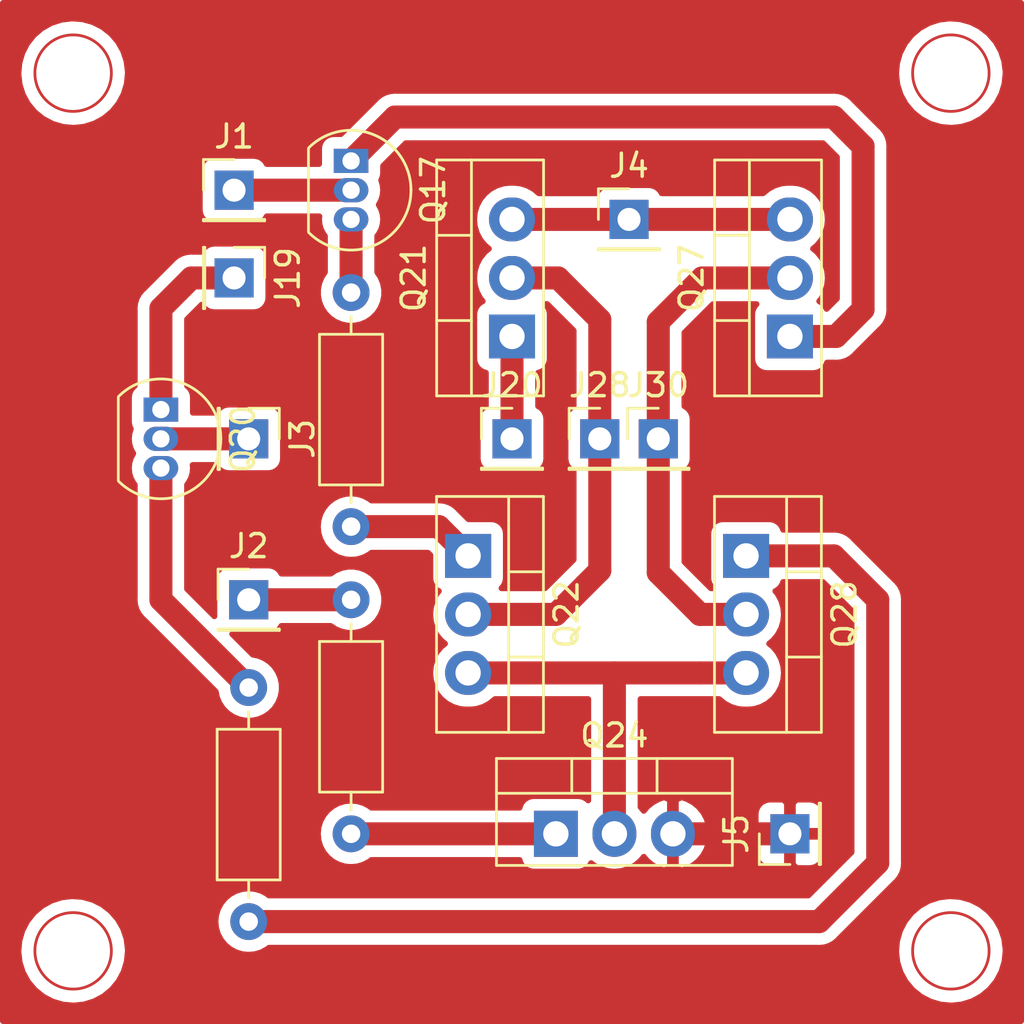
<source format=kicad_pcb>
(kicad_pcb (version 20171130) (host pcbnew "(5.1.0)-1")

  (general
    (thickness 1.6)
    (drawings 4)
    (tracks 45)
    (zones 0)
    (modules 19)
    (nets 17)
  )

  (page A4)
  (layers
    (0 F.Cu signal)
    (31 B.Cu signal)
    (32 B.Adhes user hide)
    (33 F.Adhes user hide)
    (34 B.Paste user hide)
    (35 F.Paste user hide)
    (36 B.SilkS user hide)
    (37 F.SilkS user hide)
    (38 B.Mask user hide)
    (39 F.Mask user hide)
    (40 Dwgs.User user hide)
    (41 Cmts.User user hide)
    (42 Eco1.User user hide)
    (43 Eco2.User user hide)
    (44 Edge.Cuts user hide)
    (45 Margin user hide)
    (46 B.CrtYd user hide)
    (47 F.CrtYd user hide)
    (48 B.Fab user hide)
    (49 F.Fab user hide)
  )

  (setup
    (last_trace_width 1)
    (trace_clearance 0.2)
    (zone_clearance 0.508)
    (zone_45_only no)
    (trace_min 0.2)
    (via_size 0.8)
    (via_drill 0.4)
    (via_min_size 0.4)
    (via_min_drill 0.3)
    (uvia_size 0.3)
    (uvia_drill 0.1)
    (uvias_allowed no)
    (uvia_min_size 0.2)
    (uvia_min_drill 0.1)
    (edge_width 0.1)
    (segment_width 0.2)
    (pcb_text_width 0.3)
    (pcb_text_size 1.5 1.5)
    (mod_edge_width 0.15)
    (mod_text_size 1 1)
    (mod_text_width 0.15)
    (pad_size 1.524 1.524)
    (pad_drill 0.762)
    (pad_to_mask_clearance 0)
    (aux_axis_origin 0 0)
    (visible_elements 7FFFFFFF)
    (pcbplotparams
      (layerselection 0x010fc_ffffffff)
      (usegerberextensions false)
      (usegerberattributes false)
      (usegerberadvancedattributes false)
      (creategerberjobfile false)
      (excludeedgelayer true)
      (linewidth 0.100000)
      (plotframeref false)
      (viasonmask false)
      (mode 1)
      (useauxorigin false)
      (hpglpennumber 1)
      (hpglpenspeed 20)
      (hpglpendiameter 15.000000)
      (psnegative false)
      (psa4output false)
      (plotreference true)
      (plotvalue true)
      (plotinvisibletext false)
      (padsonsilk false)
      (subtractmaskfromsilk false)
      (outputformat 1)
      (mirror false)
      (drillshape 1)
      (scaleselection 1)
      (outputdirectory ""))
  )

  (net 0 "")
  (net 1 "Net-(J1-Pad1)")
  (net 2 "Net-(J2-Pad1)")
  (net 3 "Net-(J3-Pad1)")
  (net 4 "Net-(J4-Pad1)")
  (net 5 "Net-(J19-Pad1)")
  (net 6 "Net-(J20-Pad1)")
  (net 7 "Net-(J28-Pad1)")
  (net 8 "Net-(J30-Pad1)")
  (net 9 "Net-(Q17-Pad1)")
  (net 10 "Net-(Q17-Pad3)")
  (net 11 "Net-(Q20-Pad3)")
  (net 12 "Net-(Q22-Pad3)")
  (net 13 "Net-(Q22-Pad1)")
  (net 14 "Net-(Q24-Pad1)")
  (net 15 "Net-(Q28-Pad1)")
  (net 16 GND)

  (net_class Default "This is the default net class."
    (clearance 0.2)
    (trace_width 1)
    (via_dia 0.8)
    (via_drill 0.4)
    (uvia_dia 0.3)
    (uvia_drill 0.1)
    (add_net GND)
    (add_net "Net-(J1-Pad1)")
    (add_net "Net-(J19-Pad1)")
    (add_net "Net-(J2-Pad1)")
    (add_net "Net-(J20-Pad1)")
    (add_net "Net-(J28-Pad1)")
    (add_net "Net-(J3-Pad1)")
    (add_net "Net-(J30-Pad1)")
    (add_net "Net-(J4-Pad1)")
    (add_net "Net-(Q17-Pad1)")
    (add_net "Net-(Q17-Pad3)")
    (add_net "Net-(Q20-Pad3)")
    (add_net "Net-(Q22-Pad1)")
    (add_net "Net-(Q22-Pad3)")
    (add_net "Net-(Q24-Pad1)")
    (add_net "Net-(Q28-Pad1)")
  )

  (module Connector_PinHeader_2.54mm:PinHeader_1x01_P2.54mm_Vertical (layer F.Cu) (tedit 59FED5CC) (tstamp 5CAE001F)
    (at 146.05 79.375)
    (descr "Through hole straight pin header, 1x01, 2.54mm pitch, single row")
    (tags "Through hole pin header THT 1x01 2.54mm single row")
    (path /5CB310DE)
    (fp_text reference J30 (at 0 -2.33) (layer F.SilkS)
      (effects (font (size 1 1) (thickness 0.15)))
    )
    (fp_text value Conn_01x01_Male (at 0 2.33) (layer F.Fab)
      (effects (font (size 1 1) (thickness 0.15)))
    )
    (fp_text user %R (at 0 0 90) (layer F.Fab)
      (effects (font (size 1 1) (thickness 0.15)))
    )
    (fp_line (start 1.8 -1.8) (end -1.8 -1.8) (layer F.CrtYd) (width 0.05))
    (fp_line (start 1.8 1.8) (end 1.8 -1.8) (layer F.CrtYd) (width 0.05))
    (fp_line (start -1.8 1.8) (end 1.8 1.8) (layer F.CrtYd) (width 0.05))
    (fp_line (start -1.8 -1.8) (end -1.8 1.8) (layer F.CrtYd) (width 0.05))
    (fp_line (start -1.33 -1.33) (end 0 -1.33) (layer F.SilkS) (width 0.12))
    (fp_line (start -1.33 0) (end -1.33 -1.33) (layer F.SilkS) (width 0.12))
    (fp_line (start -1.33 1.27) (end 1.33 1.27) (layer F.SilkS) (width 0.12))
    (fp_line (start 1.33 1.27) (end 1.33 1.33) (layer F.SilkS) (width 0.12))
    (fp_line (start -1.33 1.27) (end -1.33 1.33) (layer F.SilkS) (width 0.12))
    (fp_line (start -1.33 1.33) (end 1.33 1.33) (layer F.SilkS) (width 0.12))
    (fp_line (start -1.27 -0.635) (end -0.635 -1.27) (layer F.Fab) (width 0.1))
    (fp_line (start -1.27 1.27) (end -1.27 -0.635) (layer F.Fab) (width 0.1))
    (fp_line (start 1.27 1.27) (end -1.27 1.27) (layer F.Fab) (width 0.1))
    (fp_line (start 1.27 -1.27) (end 1.27 1.27) (layer F.Fab) (width 0.1))
    (fp_line (start -0.635 -1.27) (end 1.27 -1.27) (layer F.Fab) (width 0.1))
    (pad 1 thru_hole rect (at 0 0) (size 1.7 1.7) (drill 1) (layers *.Cu *.Mask)
      (net 8 "Net-(J30-Pad1)"))
    (model ${KISYS3DMOD}/Connector_PinHeader_2.54mm.3dshapes/PinHeader_1x01_P2.54mm_Vertical.wrl
      (at (xyz 0 0 0))
      (scale (xyz 1 1 1))
      (rotate (xyz 0 0 0))
    )
  )

  (module Connector_PinHeader_2.54mm:PinHeader_1x01_P2.54mm_Vertical (layer F.Cu) (tedit 59FED5CC) (tstamp 5CAE0009)
    (at 143.51 79.375)
    (descr "Through hole straight pin header, 1x01, 2.54mm pitch, single row")
    (tags "Through hole pin header THT 1x01 2.54mm single row")
    (path /5CB310E6)
    (fp_text reference J28 (at 0 -2.33) (layer F.SilkS)
      (effects (font (size 1 1) (thickness 0.15)))
    )
    (fp_text value Conn_01x01_Male (at 0 2.33) (layer F.Fab)
      (effects (font (size 1 1) (thickness 0.15)))
    )
    (fp_text user %R (at 0 0 90) (layer F.Fab)
      (effects (font (size 1 1) (thickness 0.15)))
    )
    (fp_line (start 1.8 -1.8) (end -1.8 -1.8) (layer F.CrtYd) (width 0.05))
    (fp_line (start 1.8 1.8) (end 1.8 -1.8) (layer F.CrtYd) (width 0.05))
    (fp_line (start -1.8 1.8) (end 1.8 1.8) (layer F.CrtYd) (width 0.05))
    (fp_line (start -1.8 -1.8) (end -1.8 1.8) (layer F.CrtYd) (width 0.05))
    (fp_line (start -1.33 -1.33) (end 0 -1.33) (layer F.SilkS) (width 0.12))
    (fp_line (start -1.33 0) (end -1.33 -1.33) (layer F.SilkS) (width 0.12))
    (fp_line (start -1.33 1.27) (end 1.33 1.27) (layer F.SilkS) (width 0.12))
    (fp_line (start 1.33 1.27) (end 1.33 1.33) (layer F.SilkS) (width 0.12))
    (fp_line (start -1.33 1.27) (end -1.33 1.33) (layer F.SilkS) (width 0.12))
    (fp_line (start -1.33 1.33) (end 1.33 1.33) (layer F.SilkS) (width 0.12))
    (fp_line (start -1.27 -0.635) (end -0.635 -1.27) (layer F.Fab) (width 0.1))
    (fp_line (start -1.27 1.27) (end -1.27 -0.635) (layer F.Fab) (width 0.1))
    (fp_line (start 1.27 1.27) (end -1.27 1.27) (layer F.Fab) (width 0.1))
    (fp_line (start 1.27 -1.27) (end 1.27 1.27) (layer F.Fab) (width 0.1))
    (fp_line (start -0.635 -1.27) (end 1.27 -1.27) (layer F.Fab) (width 0.1))
    (pad 1 thru_hole rect (at 0 0) (size 1.7 1.7) (drill 1) (layers *.Cu *.Mask)
      (net 7 "Net-(J28-Pad1)"))
    (model ${KISYS3DMOD}/Connector_PinHeader_2.54mm.3dshapes/PinHeader_1x01_P2.54mm_Vertical.wrl
      (at (xyz 0 0 0))
      (scale (xyz 1 1 1))
      (rotate (xyz 0 0 0))
    )
  )

  (module Connector_PinHeader_2.54mm:PinHeader_1x01_P2.54mm_Vertical (layer F.Cu) (tedit 59FED5CC) (tstamp 5CADFFF3)
    (at 139.7 79.375)
    (descr "Through hole straight pin header, 1x01, 2.54mm pitch, single row")
    (tags "Through hole pin header THT 1x01 2.54mm single row")
    (path /5CB3112E)
    (fp_text reference J20 (at 0 -2.33) (layer F.SilkS)
      (effects (font (size 1 1) (thickness 0.15)))
    )
    (fp_text value Conn_01x01_Male (at 0 2.33) (layer F.Fab)
      (effects (font (size 1 1) (thickness 0.15)))
    )
    (fp_text user %R (at 0 0 90) (layer F.Fab)
      (effects (font (size 1 1) (thickness 0.15)))
    )
    (fp_line (start 1.8 -1.8) (end -1.8 -1.8) (layer F.CrtYd) (width 0.05))
    (fp_line (start 1.8 1.8) (end 1.8 -1.8) (layer F.CrtYd) (width 0.05))
    (fp_line (start -1.8 1.8) (end 1.8 1.8) (layer F.CrtYd) (width 0.05))
    (fp_line (start -1.8 -1.8) (end -1.8 1.8) (layer F.CrtYd) (width 0.05))
    (fp_line (start -1.33 -1.33) (end 0 -1.33) (layer F.SilkS) (width 0.12))
    (fp_line (start -1.33 0) (end -1.33 -1.33) (layer F.SilkS) (width 0.12))
    (fp_line (start -1.33 1.27) (end 1.33 1.27) (layer F.SilkS) (width 0.12))
    (fp_line (start 1.33 1.27) (end 1.33 1.33) (layer F.SilkS) (width 0.12))
    (fp_line (start -1.33 1.27) (end -1.33 1.33) (layer F.SilkS) (width 0.12))
    (fp_line (start -1.33 1.33) (end 1.33 1.33) (layer F.SilkS) (width 0.12))
    (fp_line (start -1.27 -0.635) (end -0.635 -1.27) (layer F.Fab) (width 0.1))
    (fp_line (start -1.27 1.27) (end -1.27 -0.635) (layer F.Fab) (width 0.1))
    (fp_line (start 1.27 1.27) (end -1.27 1.27) (layer F.Fab) (width 0.1))
    (fp_line (start 1.27 -1.27) (end 1.27 1.27) (layer F.Fab) (width 0.1))
    (fp_line (start -0.635 -1.27) (end 1.27 -1.27) (layer F.Fab) (width 0.1))
    (pad 1 thru_hole rect (at 0 0) (size 1.7 1.7) (drill 1) (layers *.Cu *.Mask)
      (net 6 "Net-(J20-Pad1)"))
    (model ${KISYS3DMOD}/Connector_PinHeader_2.54mm.3dshapes/PinHeader_1x01_P2.54mm_Vertical.wrl
      (at (xyz 0 0 0))
      (scale (xyz 1 1 1))
      (rotate (xyz 0 0 0))
    )
  )

  (module Connector_PinHeader_2.54mm:PinHeader_1x01_P2.54mm_Vertical (layer F.Cu) (tedit 59FED5CC) (tstamp 5CADFFDD)
    (at 127.635 72.39 270)
    (descr "Through hole straight pin header, 1x01, 2.54mm pitch, single row")
    (tags "Through hole pin header THT 1x01 2.54mm single row")
    (path /5CB31134)
    (fp_text reference J19 (at 0 -2.33 270) (layer F.SilkS)
      (effects (font (size 1 1) (thickness 0.15)))
    )
    (fp_text value Conn_01x01_Male (at 0 2.33 270) (layer F.Fab)
      (effects (font (size 1 1) (thickness 0.15)))
    )
    (fp_text user %R (at 0 0) (layer F.Fab)
      (effects (font (size 1 1) (thickness 0.15)))
    )
    (fp_line (start 1.8 -1.8) (end -1.8 -1.8) (layer F.CrtYd) (width 0.05))
    (fp_line (start 1.8 1.8) (end 1.8 -1.8) (layer F.CrtYd) (width 0.05))
    (fp_line (start -1.8 1.8) (end 1.8 1.8) (layer F.CrtYd) (width 0.05))
    (fp_line (start -1.8 -1.8) (end -1.8 1.8) (layer F.CrtYd) (width 0.05))
    (fp_line (start -1.33 -1.33) (end 0 -1.33) (layer F.SilkS) (width 0.12))
    (fp_line (start -1.33 0) (end -1.33 -1.33) (layer F.SilkS) (width 0.12))
    (fp_line (start -1.33 1.27) (end 1.33 1.27) (layer F.SilkS) (width 0.12))
    (fp_line (start 1.33 1.27) (end 1.33 1.33) (layer F.SilkS) (width 0.12))
    (fp_line (start -1.33 1.27) (end -1.33 1.33) (layer F.SilkS) (width 0.12))
    (fp_line (start -1.33 1.33) (end 1.33 1.33) (layer F.SilkS) (width 0.12))
    (fp_line (start -1.27 -0.635) (end -0.635 -1.27) (layer F.Fab) (width 0.1))
    (fp_line (start -1.27 1.27) (end -1.27 -0.635) (layer F.Fab) (width 0.1))
    (fp_line (start 1.27 1.27) (end -1.27 1.27) (layer F.Fab) (width 0.1))
    (fp_line (start 1.27 -1.27) (end 1.27 1.27) (layer F.Fab) (width 0.1))
    (fp_line (start -0.635 -1.27) (end 1.27 -1.27) (layer F.Fab) (width 0.1))
    (pad 1 thru_hole rect (at 0 0 270) (size 1.7 1.7) (drill 1) (layers *.Cu *.Mask)
      (net 5 "Net-(J19-Pad1)"))
    (model ${KISYS3DMOD}/Connector_PinHeader_2.54mm.3dshapes/PinHeader_1x01_P2.54mm_Vertical.wrl
      (at (xyz 0 0 0))
      (scale (xyz 1 1 1))
      (rotate (xyz 0 0 0))
    )
  )

  (module Connector_PinHeader_2.54mm:PinHeader_1x01_P2.54mm_Vertical (layer F.Cu) (tedit 59FED5CC) (tstamp 5CADFFC7)
    (at 151.765 96.52 90)
    (descr "Through hole straight pin header, 1x01, 2.54mm pitch, single row")
    (tags "Through hole pin header THT 1x01 2.54mm single row")
    (path /5CAED36D)
    (fp_text reference J5 (at 0 -2.33 90) (layer F.SilkS)
      (effects (font (size 1 1) (thickness 0.15)))
    )
    (fp_text value Conn_01x01_Male (at 0 2.33 90) (layer F.Fab)
      (effects (font (size 1 1) (thickness 0.15)))
    )
    (fp_text user %R (at 0 0 180) (layer F.Fab)
      (effects (font (size 1 1) (thickness 0.15)))
    )
    (fp_line (start 1.8 -1.8) (end -1.8 -1.8) (layer F.CrtYd) (width 0.05))
    (fp_line (start 1.8 1.8) (end 1.8 -1.8) (layer F.CrtYd) (width 0.05))
    (fp_line (start -1.8 1.8) (end 1.8 1.8) (layer F.CrtYd) (width 0.05))
    (fp_line (start -1.8 -1.8) (end -1.8 1.8) (layer F.CrtYd) (width 0.05))
    (fp_line (start -1.33 -1.33) (end 0 -1.33) (layer F.SilkS) (width 0.12))
    (fp_line (start -1.33 0) (end -1.33 -1.33) (layer F.SilkS) (width 0.12))
    (fp_line (start -1.33 1.27) (end 1.33 1.27) (layer F.SilkS) (width 0.12))
    (fp_line (start 1.33 1.27) (end 1.33 1.33) (layer F.SilkS) (width 0.12))
    (fp_line (start -1.33 1.27) (end -1.33 1.33) (layer F.SilkS) (width 0.12))
    (fp_line (start -1.33 1.33) (end 1.33 1.33) (layer F.SilkS) (width 0.12))
    (fp_line (start -1.27 -0.635) (end -0.635 -1.27) (layer F.Fab) (width 0.1))
    (fp_line (start -1.27 1.27) (end -1.27 -0.635) (layer F.Fab) (width 0.1))
    (fp_line (start 1.27 1.27) (end -1.27 1.27) (layer F.Fab) (width 0.1))
    (fp_line (start 1.27 -1.27) (end 1.27 1.27) (layer F.Fab) (width 0.1))
    (fp_line (start -0.635 -1.27) (end 1.27 -1.27) (layer F.Fab) (width 0.1))
    (pad 1 thru_hole rect (at 0 0 90) (size 1.7 1.7) (drill 1) (layers *.Cu *.Mask)
      (net 16 GND))
    (model ${KISYS3DMOD}/Connector_PinHeader_2.54mm.3dshapes/PinHeader_1x01_P2.54mm_Vertical.wrl
      (at (xyz 0 0 0))
      (scale (xyz 1 1 1))
      (rotate (xyz 0 0 0))
    )
  )

  (module Connector_PinHeader_2.54mm:PinHeader_1x01_P2.54mm_Vertical (layer F.Cu) (tedit 59FED5CC) (tstamp 5CADFFB1)
    (at 144.78 69.85)
    (descr "Through hole straight pin header, 1x01, 2.54mm pitch, single row")
    (tags "Through hole pin header THT 1x01 2.54mm single row")
    (path /5CAE1552)
    (fp_text reference J4 (at 0 -2.33) (layer F.SilkS)
      (effects (font (size 1 1) (thickness 0.15)))
    )
    (fp_text value Conn_01x01_Male (at 0 2.33) (layer F.Fab)
      (effects (font (size 1 1) (thickness 0.15)))
    )
    (fp_text user %R (at 0 0 90) (layer F.Fab)
      (effects (font (size 1 1) (thickness 0.15)))
    )
    (fp_line (start 1.8 -1.8) (end -1.8 -1.8) (layer F.CrtYd) (width 0.05))
    (fp_line (start 1.8 1.8) (end 1.8 -1.8) (layer F.CrtYd) (width 0.05))
    (fp_line (start -1.8 1.8) (end 1.8 1.8) (layer F.CrtYd) (width 0.05))
    (fp_line (start -1.8 -1.8) (end -1.8 1.8) (layer F.CrtYd) (width 0.05))
    (fp_line (start -1.33 -1.33) (end 0 -1.33) (layer F.SilkS) (width 0.12))
    (fp_line (start -1.33 0) (end -1.33 -1.33) (layer F.SilkS) (width 0.12))
    (fp_line (start -1.33 1.27) (end 1.33 1.27) (layer F.SilkS) (width 0.12))
    (fp_line (start 1.33 1.27) (end 1.33 1.33) (layer F.SilkS) (width 0.12))
    (fp_line (start -1.33 1.27) (end -1.33 1.33) (layer F.SilkS) (width 0.12))
    (fp_line (start -1.33 1.33) (end 1.33 1.33) (layer F.SilkS) (width 0.12))
    (fp_line (start -1.27 -0.635) (end -0.635 -1.27) (layer F.Fab) (width 0.1))
    (fp_line (start -1.27 1.27) (end -1.27 -0.635) (layer F.Fab) (width 0.1))
    (fp_line (start 1.27 1.27) (end -1.27 1.27) (layer F.Fab) (width 0.1))
    (fp_line (start 1.27 -1.27) (end 1.27 1.27) (layer F.Fab) (width 0.1))
    (fp_line (start -0.635 -1.27) (end 1.27 -1.27) (layer F.Fab) (width 0.1))
    (pad 1 thru_hole rect (at 0 0) (size 1.7 1.7) (drill 1) (layers *.Cu *.Mask)
      (net 4 "Net-(J4-Pad1)"))
    (model ${KISYS3DMOD}/Connector_PinHeader_2.54mm.3dshapes/PinHeader_1x01_P2.54mm_Vertical.wrl
      (at (xyz 0 0 0))
      (scale (xyz 1 1 1))
      (rotate (xyz 0 0 0))
    )
  )

  (module Connector_PinHeader_2.54mm:PinHeader_1x01_P2.54mm_Vertical (layer F.Cu) (tedit 59FED5CC) (tstamp 5CADFF9B)
    (at 128.27 79.375 270)
    (descr "Through hole straight pin header, 1x01, 2.54mm pitch, single row")
    (tags "Through hole pin header THT 1x01 2.54mm single row")
    (path /5CAEC4E3)
    (fp_text reference J3 (at 0 -2.33 270) (layer F.SilkS)
      (effects (font (size 1 1) (thickness 0.15)))
    )
    (fp_text value Conn_01x01_Male (at 0 2.33 270) (layer F.Fab)
      (effects (font (size 1 1) (thickness 0.15)))
    )
    (fp_text user %R (at 0 0) (layer F.Fab)
      (effects (font (size 1 1) (thickness 0.15)))
    )
    (fp_line (start 1.8 -1.8) (end -1.8 -1.8) (layer F.CrtYd) (width 0.05))
    (fp_line (start 1.8 1.8) (end 1.8 -1.8) (layer F.CrtYd) (width 0.05))
    (fp_line (start -1.8 1.8) (end 1.8 1.8) (layer F.CrtYd) (width 0.05))
    (fp_line (start -1.8 -1.8) (end -1.8 1.8) (layer F.CrtYd) (width 0.05))
    (fp_line (start -1.33 -1.33) (end 0 -1.33) (layer F.SilkS) (width 0.12))
    (fp_line (start -1.33 0) (end -1.33 -1.33) (layer F.SilkS) (width 0.12))
    (fp_line (start -1.33 1.27) (end 1.33 1.27) (layer F.SilkS) (width 0.12))
    (fp_line (start 1.33 1.27) (end 1.33 1.33) (layer F.SilkS) (width 0.12))
    (fp_line (start -1.33 1.27) (end -1.33 1.33) (layer F.SilkS) (width 0.12))
    (fp_line (start -1.33 1.33) (end 1.33 1.33) (layer F.SilkS) (width 0.12))
    (fp_line (start -1.27 -0.635) (end -0.635 -1.27) (layer F.Fab) (width 0.1))
    (fp_line (start -1.27 1.27) (end -1.27 -0.635) (layer F.Fab) (width 0.1))
    (fp_line (start 1.27 1.27) (end -1.27 1.27) (layer F.Fab) (width 0.1))
    (fp_line (start 1.27 -1.27) (end 1.27 1.27) (layer F.Fab) (width 0.1))
    (fp_line (start -0.635 -1.27) (end 1.27 -1.27) (layer F.Fab) (width 0.1))
    (pad 1 thru_hole rect (at 0 0 270) (size 1.7 1.7) (drill 1) (layers *.Cu *.Mask)
      (net 3 "Net-(J3-Pad1)"))
    (model ${KISYS3DMOD}/Connector_PinHeader_2.54mm.3dshapes/PinHeader_1x01_P2.54mm_Vertical.wrl
      (at (xyz 0 0 0))
      (scale (xyz 1 1 1))
      (rotate (xyz 0 0 0))
    )
  )

  (module Connector_PinHeader_2.54mm:PinHeader_1x01_P2.54mm_Vertical (layer F.Cu) (tedit 59FED5CC) (tstamp 5CADFF85)
    (at 128.27 86.36)
    (descr "Through hole straight pin header, 1x01, 2.54mm pitch, single row")
    (tags "Through hole pin header THT 1x01 2.54mm single row")
    (path /5CAECC3B)
    (fp_text reference J2 (at 0 -2.33) (layer F.SilkS)
      (effects (font (size 1 1) (thickness 0.15)))
    )
    (fp_text value Conn_01x01_Male (at 0 2.33) (layer F.Fab)
      (effects (font (size 1 1) (thickness 0.15)))
    )
    (fp_text user %R (at 0 0 90) (layer F.Fab)
      (effects (font (size 1 1) (thickness 0.15)))
    )
    (fp_line (start 1.8 -1.8) (end -1.8 -1.8) (layer F.CrtYd) (width 0.05))
    (fp_line (start 1.8 1.8) (end 1.8 -1.8) (layer F.CrtYd) (width 0.05))
    (fp_line (start -1.8 1.8) (end 1.8 1.8) (layer F.CrtYd) (width 0.05))
    (fp_line (start -1.8 -1.8) (end -1.8 1.8) (layer F.CrtYd) (width 0.05))
    (fp_line (start -1.33 -1.33) (end 0 -1.33) (layer F.SilkS) (width 0.12))
    (fp_line (start -1.33 0) (end -1.33 -1.33) (layer F.SilkS) (width 0.12))
    (fp_line (start -1.33 1.27) (end 1.33 1.27) (layer F.SilkS) (width 0.12))
    (fp_line (start 1.33 1.27) (end 1.33 1.33) (layer F.SilkS) (width 0.12))
    (fp_line (start -1.33 1.27) (end -1.33 1.33) (layer F.SilkS) (width 0.12))
    (fp_line (start -1.33 1.33) (end 1.33 1.33) (layer F.SilkS) (width 0.12))
    (fp_line (start -1.27 -0.635) (end -0.635 -1.27) (layer F.Fab) (width 0.1))
    (fp_line (start -1.27 1.27) (end -1.27 -0.635) (layer F.Fab) (width 0.1))
    (fp_line (start 1.27 1.27) (end -1.27 1.27) (layer F.Fab) (width 0.1))
    (fp_line (start 1.27 -1.27) (end 1.27 1.27) (layer F.Fab) (width 0.1))
    (fp_line (start -0.635 -1.27) (end 1.27 -1.27) (layer F.Fab) (width 0.1))
    (pad 1 thru_hole rect (at 0 0) (size 1.7 1.7) (drill 1) (layers *.Cu *.Mask)
      (net 2 "Net-(J2-Pad1)"))
    (model ${KISYS3DMOD}/Connector_PinHeader_2.54mm.3dshapes/PinHeader_1x01_P2.54mm_Vertical.wrl
      (at (xyz 0 0 0))
      (scale (xyz 1 1 1))
      (rotate (xyz 0 0 0))
    )
  )

  (module Connector_PinHeader_2.54mm:PinHeader_1x01_P2.54mm_Vertical (layer F.Cu) (tedit 59FED5CC) (tstamp 5CADFF6F)
    (at 127.635 68.58)
    (descr "Through hole straight pin header, 1x01, 2.54mm pitch, single row")
    (tags "Through hole pin header THT 1x01 2.54mm single row")
    (path /5CAEBDCC)
    (fp_text reference J1 (at 0 -2.33) (layer F.SilkS)
      (effects (font (size 1 1) (thickness 0.15)))
    )
    (fp_text value Conn_01x01_Male (at 0 2.33) (layer F.Fab)
      (effects (font (size 1 1) (thickness 0.15)))
    )
    (fp_text user %R (at 0 0 90) (layer F.Fab)
      (effects (font (size 1 1) (thickness 0.15)))
    )
    (fp_line (start 1.8 -1.8) (end -1.8 -1.8) (layer F.CrtYd) (width 0.05))
    (fp_line (start 1.8 1.8) (end 1.8 -1.8) (layer F.CrtYd) (width 0.05))
    (fp_line (start -1.8 1.8) (end 1.8 1.8) (layer F.CrtYd) (width 0.05))
    (fp_line (start -1.8 -1.8) (end -1.8 1.8) (layer F.CrtYd) (width 0.05))
    (fp_line (start -1.33 -1.33) (end 0 -1.33) (layer F.SilkS) (width 0.12))
    (fp_line (start -1.33 0) (end -1.33 -1.33) (layer F.SilkS) (width 0.12))
    (fp_line (start -1.33 1.27) (end 1.33 1.27) (layer F.SilkS) (width 0.12))
    (fp_line (start 1.33 1.27) (end 1.33 1.33) (layer F.SilkS) (width 0.12))
    (fp_line (start -1.33 1.27) (end -1.33 1.33) (layer F.SilkS) (width 0.12))
    (fp_line (start -1.33 1.33) (end 1.33 1.33) (layer F.SilkS) (width 0.12))
    (fp_line (start -1.27 -0.635) (end -0.635 -1.27) (layer F.Fab) (width 0.1))
    (fp_line (start -1.27 1.27) (end -1.27 -0.635) (layer F.Fab) (width 0.1))
    (fp_line (start 1.27 1.27) (end -1.27 1.27) (layer F.Fab) (width 0.1))
    (fp_line (start 1.27 -1.27) (end 1.27 1.27) (layer F.Fab) (width 0.1))
    (fp_line (start -0.635 -1.27) (end 1.27 -1.27) (layer F.Fab) (width 0.1))
    (pad 1 thru_hole rect (at 0 0) (size 1.7 1.7) (drill 1) (layers *.Cu *.Mask)
      (net 1 "Net-(J1-Pad1)"))
    (model ${KISYS3DMOD}/Connector_PinHeader_2.54mm.3dshapes/PinHeader_1x01_P2.54mm_Vertical.wrl
      (at (xyz 0 0 0))
      (scale (xyz 1 1 1))
      (rotate (xyz 0 0 0))
    )
  )

  (module "footprints otg:R_vandret" (layer F.Cu) (tedit 5C5C999A) (tstamp 5CAE010A)
    (at 132.715 86.36 270)
    (descr "Resistor, Axial_DIN0207 series, Axial, Horizontal, pin pitch=10.16mm, 0.25W = 1/4W, length*diameter=6.3*2.5mm^2, http://cdn-reichelt.de/documents/datenblatt/B400/1_4W%23YAG.pdf")
    (tags "Resistor Axial_DIN0207 series Axial Horizontal pin pitch 10.16mm 0.25W = 1/4W length 6.3mm diameter 2.5mm")
    (path /5CB3113B)
    (fp_text reference R12 (at 5.08 -2.286 270) (layer F.SilkS) hide
      (effects (font (size 1 1) (thickness 0.15)))
    )
    (fp_text value R (at 5.08 2.286 270) (layer F.Fab)
      (effects (font (size 1 1) (thickness 0.15)))
    )
    (fp_text user %R (at 5.08 -2.286 270) (layer F.Fab) hide
      (effects (font (size 1 1) (thickness 0.15)))
    )
    (fp_line (start 11.21 -1.5) (end -1.05 -1.5) (layer F.CrtYd) (width 0.05))
    (fp_line (start 11.21 1.5) (end 11.21 -1.5) (layer F.CrtYd) (width 0.05))
    (fp_line (start -1.05 1.5) (end 11.21 1.5) (layer F.CrtYd) (width 0.05))
    (fp_line (start -1.05 -1.5) (end -1.05 1.5) (layer F.CrtYd) (width 0.05))
    (fp_line (start 9.12 0) (end 8.35 0) (layer F.SilkS) (width 0.12))
    (fp_line (start 1.04 0) (end 1.81 0) (layer F.SilkS) (width 0.12))
    (fp_line (start 8.35 -1.37) (end 1.81 -1.37) (layer F.SilkS) (width 0.12))
    (fp_line (start 8.35 1.37) (end 8.35 -1.37) (layer F.SilkS) (width 0.12))
    (fp_line (start 1.81 1.37) (end 8.35 1.37) (layer F.SilkS) (width 0.12))
    (fp_line (start 1.81 -1.37) (end 1.81 1.37) (layer F.SilkS) (width 0.12))
    (fp_line (start 10.16 0) (end 8.23 0) (layer F.Fab) (width 0.1))
    (fp_line (start 0 0) (end 1.93 0) (layer F.Fab) (width 0.1))
    (fp_line (start 8.23 -1.25) (end 1.93 -1.25) (layer F.Fab) (width 0.1))
    (fp_line (start 8.23 1.25) (end 8.23 -1.25) (layer F.Fab) (width 0.1))
    (fp_line (start 1.93 1.25) (end 8.23 1.25) (layer F.Fab) (width 0.1))
    (fp_line (start 1.93 -1.25) (end 1.93 1.25) (layer F.Fab) (width 0.1))
    (pad 2 thru_hole oval (at 10.16 0 270) (size 1.6 1.6) (drill 0.8) (layers *.Cu *.Mask)
      (net 14 "Net-(Q24-Pad1)"))
    (pad 1 thru_hole circle (at 0 0 270) (size 1.6 1.6) (drill 0.8) (layers *.Cu *.Mask)
      (net 2 "Net-(J2-Pad1)"))
    (model ${KISYS3DMOD}/Resistor_THT.3dshapes/R_Axial_DIN0207_L6.3mm_D2.5mm_P10.16mm_Horizontal.wrl
      (at (xyz 0 0 0))
      (scale (xyz 1 1 1))
      (rotate (xyz 0 0 0))
    )
  )

  (module "footprints otg:R_vandret" (layer F.Cu) (tedit 5C5C999A) (tstamp 5CAE00F3)
    (at 128.27 90.17 270)
    (descr "Resistor, Axial_DIN0207 series, Axial, Horizontal, pin pitch=10.16mm, 0.25W = 1/4W, length*diameter=6.3*2.5mm^2, http://cdn-reichelt.de/documents/datenblatt/B400/1_4W%23YAG.pdf")
    (tags "Resistor Axial_DIN0207 series Axial Horizontal pin pitch 10.16mm 0.25W = 1/4W length 6.3mm diameter 2.5mm")
    (path /5CB31109)
    (fp_text reference R11 (at 5.08 -2.286 270) (layer F.SilkS) hide
      (effects (font (size 1 1) (thickness 0.15)))
    )
    (fp_text value R (at 5.08 2.286 270) (layer F.Fab)
      (effects (font (size 1 1) (thickness 0.15)))
    )
    (fp_text user %R (at 5.08 -2.286 270) (layer F.Fab) hide
      (effects (font (size 1 1) (thickness 0.15)))
    )
    (fp_line (start 11.21 -1.5) (end -1.05 -1.5) (layer F.CrtYd) (width 0.05))
    (fp_line (start 11.21 1.5) (end 11.21 -1.5) (layer F.CrtYd) (width 0.05))
    (fp_line (start -1.05 1.5) (end 11.21 1.5) (layer F.CrtYd) (width 0.05))
    (fp_line (start -1.05 -1.5) (end -1.05 1.5) (layer F.CrtYd) (width 0.05))
    (fp_line (start 9.12 0) (end 8.35 0) (layer F.SilkS) (width 0.12))
    (fp_line (start 1.04 0) (end 1.81 0) (layer F.SilkS) (width 0.12))
    (fp_line (start 8.35 -1.37) (end 1.81 -1.37) (layer F.SilkS) (width 0.12))
    (fp_line (start 8.35 1.37) (end 8.35 -1.37) (layer F.SilkS) (width 0.12))
    (fp_line (start 1.81 1.37) (end 8.35 1.37) (layer F.SilkS) (width 0.12))
    (fp_line (start 1.81 -1.37) (end 1.81 1.37) (layer F.SilkS) (width 0.12))
    (fp_line (start 10.16 0) (end 8.23 0) (layer F.Fab) (width 0.1))
    (fp_line (start 0 0) (end 1.93 0) (layer F.Fab) (width 0.1))
    (fp_line (start 8.23 -1.25) (end 1.93 -1.25) (layer F.Fab) (width 0.1))
    (fp_line (start 8.23 1.25) (end 8.23 -1.25) (layer F.Fab) (width 0.1))
    (fp_line (start 1.93 1.25) (end 8.23 1.25) (layer F.Fab) (width 0.1))
    (fp_line (start 1.93 -1.25) (end 1.93 1.25) (layer F.Fab) (width 0.1))
    (pad 2 thru_hole oval (at 10.16 0 270) (size 1.6 1.6) (drill 0.8) (layers *.Cu *.Mask)
      (net 15 "Net-(Q28-Pad1)"))
    (pad 1 thru_hole circle (at 0 0 270) (size 1.6 1.6) (drill 0.8) (layers *.Cu *.Mask)
      (net 11 "Net-(Q20-Pad3)"))
    (model ${KISYS3DMOD}/Resistor_THT.3dshapes/R_Axial_DIN0207_L6.3mm_D2.5mm_P10.16mm_Horizontal.wrl
      (at (xyz 0 0 0))
      (scale (xyz 1 1 1))
      (rotate (xyz 0 0 0))
    )
  )

  (module "footprints otg:R_vandret" (layer F.Cu) (tedit 5C5C999A) (tstamp 5CAE00DC)
    (at 132.715 73.025 270)
    (descr "Resistor, Axial_DIN0207 series, Axial, Horizontal, pin pitch=10.16mm, 0.25W = 1/4W, length*diameter=6.3*2.5mm^2, http://cdn-reichelt.de/documents/datenblatt/B400/1_4W%23YAG.pdf")
    (tags "Resistor Axial_DIN0207 series Axial Horizontal pin pitch 10.16mm 0.25W = 1/4W length 6.3mm diameter 2.5mm")
    (path /5CB31123)
    (fp_text reference R8 (at 5.08 -2.286 270) (layer F.SilkS) hide
      (effects (font (size 1 1) (thickness 0.15)))
    )
    (fp_text value R (at 5.08 2.286 270) (layer F.Fab)
      (effects (font (size 1 1) (thickness 0.15)))
    )
    (fp_text user %R (at 5.08 -2.286 270) (layer F.Fab) hide
      (effects (font (size 1 1) (thickness 0.15)))
    )
    (fp_line (start 11.21 -1.5) (end -1.05 -1.5) (layer F.CrtYd) (width 0.05))
    (fp_line (start 11.21 1.5) (end 11.21 -1.5) (layer F.CrtYd) (width 0.05))
    (fp_line (start -1.05 1.5) (end 11.21 1.5) (layer F.CrtYd) (width 0.05))
    (fp_line (start -1.05 -1.5) (end -1.05 1.5) (layer F.CrtYd) (width 0.05))
    (fp_line (start 9.12 0) (end 8.35 0) (layer F.SilkS) (width 0.12))
    (fp_line (start 1.04 0) (end 1.81 0) (layer F.SilkS) (width 0.12))
    (fp_line (start 8.35 -1.37) (end 1.81 -1.37) (layer F.SilkS) (width 0.12))
    (fp_line (start 8.35 1.37) (end 8.35 -1.37) (layer F.SilkS) (width 0.12))
    (fp_line (start 1.81 1.37) (end 8.35 1.37) (layer F.SilkS) (width 0.12))
    (fp_line (start 1.81 -1.37) (end 1.81 1.37) (layer F.SilkS) (width 0.12))
    (fp_line (start 10.16 0) (end 8.23 0) (layer F.Fab) (width 0.1))
    (fp_line (start 0 0) (end 1.93 0) (layer F.Fab) (width 0.1))
    (fp_line (start 8.23 -1.25) (end 1.93 -1.25) (layer F.Fab) (width 0.1))
    (fp_line (start 8.23 1.25) (end 8.23 -1.25) (layer F.Fab) (width 0.1))
    (fp_line (start 1.93 1.25) (end 8.23 1.25) (layer F.Fab) (width 0.1))
    (fp_line (start 1.93 -1.25) (end 1.93 1.25) (layer F.Fab) (width 0.1))
    (pad 2 thru_hole oval (at 10.16 0 270) (size 1.6 1.6) (drill 0.8) (layers *.Cu *.Mask)
      (net 13 "Net-(Q22-Pad1)"))
    (pad 1 thru_hole circle (at 0 0 270) (size 1.6 1.6) (drill 0.8) (layers *.Cu *.Mask)
      (net 10 "Net-(Q17-Pad3)"))
    (model ${KISYS3DMOD}/Resistor_THT.3dshapes/R_Axial_DIN0207_L6.3mm_D2.5mm_P10.16mm_Horizontal.wrl
      (at (xyz 0 0 0))
      (scale (xyz 1 1 1))
      (rotate (xyz 0 0 0))
    )
  )

  (module Package_TO_SOT_THT:TO-220-3_Vertical (layer F.Cu) (tedit 5AC8BA0D) (tstamp 5CAE00C5)
    (at 149.86 84.455 270)
    (descr "TO-220-3, Vertical, RM 2.54mm, see https://www.vishay.com/docs/66542/to-220-1.pdf")
    (tags "TO-220-3 Vertical RM 2.54mm")
    (path /5CB310D0)
    (fp_text reference Q28 (at 2.54 -4.27 270) (layer F.SilkS)
      (effects (font (size 1 1) (thickness 0.15)))
    )
    (fp_text value TIP120 (at 2.54 2.5 270) (layer F.Fab)
      (effects (font (size 1 1) (thickness 0.15)))
    )
    (fp_text user %R (at 2.54 -4.27 270) (layer F.Fab)
      (effects (font (size 1 1) (thickness 0.15)))
    )
    (fp_line (start 7.79 -3.4) (end -2.71 -3.4) (layer F.CrtYd) (width 0.05))
    (fp_line (start 7.79 1.51) (end 7.79 -3.4) (layer F.CrtYd) (width 0.05))
    (fp_line (start -2.71 1.51) (end 7.79 1.51) (layer F.CrtYd) (width 0.05))
    (fp_line (start -2.71 -3.4) (end -2.71 1.51) (layer F.CrtYd) (width 0.05))
    (fp_line (start 4.391 -3.27) (end 4.391 -1.76) (layer F.SilkS) (width 0.12))
    (fp_line (start 0.69 -3.27) (end 0.69 -1.76) (layer F.SilkS) (width 0.12))
    (fp_line (start -2.58 -1.76) (end 7.66 -1.76) (layer F.SilkS) (width 0.12))
    (fp_line (start 7.66 -3.27) (end 7.66 1.371) (layer F.SilkS) (width 0.12))
    (fp_line (start -2.58 -3.27) (end -2.58 1.371) (layer F.SilkS) (width 0.12))
    (fp_line (start -2.58 1.371) (end 7.66 1.371) (layer F.SilkS) (width 0.12))
    (fp_line (start -2.58 -3.27) (end 7.66 -3.27) (layer F.SilkS) (width 0.12))
    (fp_line (start 4.39 -3.15) (end 4.39 -1.88) (layer F.Fab) (width 0.1))
    (fp_line (start 0.69 -3.15) (end 0.69 -1.88) (layer F.Fab) (width 0.1))
    (fp_line (start -2.46 -1.88) (end 7.54 -1.88) (layer F.Fab) (width 0.1))
    (fp_line (start 7.54 -3.15) (end -2.46 -3.15) (layer F.Fab) (width 0.1))
    (fp_line (start 7.54 1.25) (end 7.54 -3.15) (layer F.Fab) (width 0.1))
    (fp_line (start -2.46 1.25) (end 7.54 1.25) (layer F.Fab) (width 0.1))
    (fp_line (start -2.46 -3.15) (end -2.46 1.25) (layer F.Fab) (width 0.1))
    (pad 3 thru_hole oval (at 5.08 0 270) (size 1.905 2) (drill 1.1) (layers *.Cu *.Mask)
      (net 12 "Net-(Q22-Pad3)"))
    (pad 2 thru_hole oval (at 2.54 0 270) (size 1.905 2) (drill 1.1) (layers *.Cu *.Mask)
      (net 8 "Net-(J30-Pad1)"))
    (pad 1 thru_hole rect (at 0 0 270) (size 1.905 2) (drill 1.1) (layers *.Cu *.Mask)
      (net 15 "Net-(Q28-Pad1)"))
    (model ${KISYS3DMOD}/Package_TO_SOT_THT.3dshapes/TO-220-3_Vertical.wrl
      (at (xyz 0 0 0))
      (scale (xyz 1 1 1))
      (rotate (xyz 0 0 0))
    )
  )

  (module Package_TO_SOT_THT:TO-220-3_Vertical (layer F.Cu) (tedit 5AC8BA0D) (tstamp 5CAE00AB)
    (at 151.765 74.93 90)
    (descr "TO-220-3, Vertical, RM 2.54mm, see https://www.vishay.com/docs/66542/to-220-1.pdf")
    (tags "TO-220-3 Vertical RM 2.54mm")
    (path /5CB31162)
    (fp_text reference Q27 (at 2.54 -4.27 90) (layer F.SilkS)
      (effects (font (size 1 1) (thickness 0.15)))
    )
    (fp_text value TIP127 (at 2.54 2.5 90) (layer F.Fab)
      (effects (font (size 1 1) (thickness 0.15)))
    )
    (fp_text user %R (at 2.54 -4.27 90) (layer F.Fab)
      (effects (font (size 1 1) (thickness 0.15)))
    )
    (fp_line (start 7.79 -3.4) (end -2.71 -3.4) (layer F.CrtYd) (width 0.05))
    (fp_line (start 7.79 1.51) (end 7.79 -3.4) (layer F.CrtYd) (width 0.05))
    (fp_line (start -2.71 1.51) (end 7.79 1.51) (layer F.CrtYd) (width 0.05))
    (fp_line (start -2.71 -3.4) (end -2.71 1.51) (layer F.CrtYd) (width 0.05))
    (fp_line (start 4.391 -3.27) (end 4.391 -1.76) (layer F.SilkS) (width 0.12))
    (fp_line (start 0.69 -3.27) (end 0.69 -1.76) (layer F.SilkS) (width 0.12))
    (fp_line (start -2.58 -1.76) (end 7.66 -1.76) (layer F.SilkS) (width 0.12))
    (fp_line (start 7.66 -3.27) (end 7.66 1.371) (layer F.SilkS) (width 0.12))
    (fp_line (start -2.58 -3.27) (end -2.58 1.371) (layer F.SilkS) (width 0.12))
    (fp_line (start -2.58 1.371) (end 7.66 1.371) (layer F.SilkS) (width 0.12))
    (fp_line (start -2.58 -3.27) (end 7.66 -3.27) (layer F.SilkS) (width 0.12))
    (fp_line (start 4.39 -3.15) (end 4.39 -1.88) (layer F.Fab) (width 0.1))
    (fp_line (start 0.69 -3.15) (end 0.69 -1.88) (layer F.Fab) (width 0.1))
    (fp_line (start -2.46 -1.88) (end 7.54 -1.88) (layer F.Fab) (width 0.1))
    (fp_line (start 7.54 -3.15) (end -2.46 -3.15) (layer F.Fab) (width 0.1))
    (fp_line (start 7.54 1.25) (end 7.54 -3.15) (layer F.Fab) (width 0.1))
    (fp_line (start -2.46 1.25) (end 7.54 1.25) (layer F.Fab) (width 0.1))
    (fp_line (start -2.46 -3.15) (end -2.46 1.25) (layer F.Fab) (width 0.1))
    (pad 3 thru_hole oval (at 5.08 0 90) (size 1.905 2) (drill 1.1) (layers *.Cu *.Mask)
      (net 4 "Net-(J4-Pad1)"))
    (pad 2 thru_hole oval (at 2.54 0 90) (size 1.905 2) (drill 1.1) (layers *.Cu *.Mask)
      (net 8 "Net-(J30-Pad1)"))
    (pad 1 thru_hole rect (at 0 0 90) (size 1.905 2) (drill 1.1) (layers *.Cu *.Mask)
      (net 9 "Net-(Q17-Pad1)"))
    (model ${KISYS3DMOD}/Package_TO_SOT_THT.3dshapes/TO-220-3_Vertical.wrl
      (at (xyz 0 0 0))
      (scale (xyz 1 1 1))
      (rotate (xyz 0 0 0))
    )
  )

  (module Package_TO_SOT_THT:TO-220-3_Vertical (layer F.Cu) (tedit 5AC8BA0D) (tstamp 5CAE0091)
    (at 141.605 96.52)
    (descr "TO-220-3, Vertical, RM 2.54mm, see https://www.vishay.com/docs/66542/to-220-1.pdf")
    (tags "TO-220-3 Vertical RM 2.54mm")
    (path /5CB310D8)
    (fp_text reference Q24 (at 2.54 -4.27) (layer F.SilkS)
      (effects (font (size 1 1) (thickness 0.15)))
    )
    (fp_text value TIP120 (at 2.54 2.5) (layer F.Fab)
      (effects (font (size 1 1) (thickness 0.15)))
    )
    (fp_text user %R (at 2.54 -4.27) (layer F.Fab)
      (effects (font (size 1 1) (thickness 0.15)))
    )
    (fp_line (start 7.79 -3.4) (end -2.71 -3.4) (layer F.CrtYd) (width 0.05))
    (fp_line (start 7.79 1.51) (end 7.79 -3.4) (layer F.CrtYd) (width 0.05))
    (fp_line (start -2.71 1.51) (end 7.79 1.51) (layer F.CrtYd) (width 0.05))
    (fp_line (start -2.71 -3.4) (end -2.71 1.51) (layer F.CrtYd) (width 0.05))
    (fp_line (start 4.391 -3.27) (end 4.391 -1.76) (layer F.SilkS) (width 0.12))
    (fp_line (start 0.69 -3.27) (end 0.69 -1.76) (layer F.SilkS) (width 0.12))
    (fp_line (start -2.58 -1.76) (end 7.66 -1.76) (layer F.SilkS) (width 0.12))
    (fp_line (start 7.66 -3.27) (end 7.66 1.371) (layer F.SilkS) (width 0.12))
    (fp_line (start -2.58 -3.27) (end -2.58 1.371) (layer F.SilkS) (width 0.12))
    (fp_line (start -2.58 1.371) (end 7.66 1.371) (layer F.SilkS) (width 0.12))
    (fp_line (start -2.58 -3.27) (end 7.66 -3.27) (layer F.SilkS) (width 0.12))
    (fp_line (start 4.39 -3.15) (end 4.39 -1.88) (layer F.Fab) (width 0.1))
    (fp_line (start 0.69 -3.15) (end 0.69 -1.88) (layer F.Fab) (width 0.1))
    (fp_line (start -2.46 -1.88) (end 7.54 -1.88) (layer F.Fab) (width 0.1))
    (fp_line (start 7.54 -3.15) (end -2.46 -3.15) (layer F.Fab) (width 0.1))
    (fp_line (start 7.54 1.25) (end 7.54 -3.15) (layer F.Fab) (width 0.1))
    (fp_line (start -2.46 1.25) (end 7.54 1.25) (layer F.Fab) (width 0.1))
    (fp_line (start -2.46 -3.15) (end -2.46 1.25) (layer F.Fab) (width 0.1))
    (pad 3 thru_hole oval (at 5.08 0) (size 1.905 2) (drill 1.1) (layers *.Cu *.Mask)
      (net 16 GND))
    (pad 2 thru_hole oval (at 2.54 0) (size 1.905 2) (drill 1.1) (layers *.Cu *.Mask)
      (net 12 "Net-(Q22-Pad3)"))
    (pad 1 thru_hole rect (at 0 0) (size 1.905 2) (drill 1.1) (layers *.Cu *.Mask)
      (net 14 "Net-(Q24-Pad1)"))
    (model ${KISYS3DMOD}/Package_TO_SOT_THT.3dshapes/TO-220-3_Vertical.wrl
      (at (xyz 0 0 0))
      (scale (xyz 1 1 1))
      (rotate (xyz 0 0 0))
    )
  )

  (module Package_TO_SOT_THT:TO-220-3_Vertical (layer F.Cu) (tedit 5AC8BA0D) (tstamp 5CAE0077)
    (at 137.795 84.455 270)
    (descr "TO-220-3, Vertical, RM 2.54mm, see https://www.vishay.com/docs/66542/to-220-1.pdf")
    (tags "TO-220-3 Vertical RM 2.54mm")
    (path /5CB310CA)
    (fp_text reference Q22 (at 2.54 -4.27 270) (layer F.SilkS)
      (effects (font (size 1 1) (thickness 0.15)))
    )
    (fp_text value TIP120 (at 2.54 2.5 270) (layer F.Fab)
      (effects (font (size 1 1) (thickness 0.15)))
    )
    (fp_text user %R (at 2.54 -4.27 270) (layer F.Fab)
      (effects (font (size 1 1) (thickness 0.15)))
    )
    (fp_line (start 7.79 -3.4) (end -2.71 -3.4) (layer F.CrtYd) (width 0.05))
    (fp_line (start 7.79 1.51) (end 7.79 -3.4) (layer F.CrtYd) (width 0.05))
    (fp_line (start -2.71 1.51) (end 7.79 1.51) (layer F.CrtYd) (width 0.05))
    (fp_line (start -2.71 -3.4) (end -2.71 1.51) (layer F.CrtYd) (width 0.05))
    (fp_line (start 4.391 -3.27) (end 4.391 -1.76) (layer F.SilkS) (width 0.12))
    (fp_line (start 0.69 -3.27) (end 0.69 -1.76) (layer F.SilkS) (width 0.12))
    (fp_line (start -2.58 -1.76) (end 7.66 -1.76) (layer F.SilkS) (width 0.12))
    (fp_line (start 7.66 -3.27) (end 7.66 1.371) (layer F.SilkS) (width 0.12))
    (fp_line (start -2.58 -3.27) (end -2.58 1.371) (layer F.SilkS) (width 0.12))
    (fp_line (start -2.58 1.371) (end 7.66 1.371) (layer F.SilkS) (width 0.12))
    (fp_line (start -2.58 -3.27) (end 7.66 -3.27) (layer F.SilkS) (width 0.12))
    (fp_line (start 4.39 -3.15) (end 4.39 -1.88) (layer F.Fab) (width 0.1))
    (fp_line (start 0.69 -3.15) (end 0.69 -1.88) (layer F.Fab) (width 0.1))
    (fp_line (start -2.46 -1.88) (end 7.54 -1.88) (layer F.Fab) (width 0.1))
    (fp_line (start 7.54 -3.15) (end -2.46 -3.15) (layer F.Fab) (width 0.1))
    (fp_line (start 7.54 1.25) (end 7.54 -3.15) (layer F.Fab) (width 0.1))
    (fp_line (start -2.46 1.25) (end 7.54 1.25) (layer F.Fab) (width 0.1))
    (fp_line (start -2.46 -3.15) (end -2.46 1.25) (layer F.Fab) (width 0.1))
    (pad 3 thru_hole oval (at 5.08 0 270) (size 1.905 2) (drill 1.1) (layers *.Cu *.Mask)
      (net 12 "Net-(Q22-Pad3)"))
    (pad 2 thru_hole oval (at 2.54 0 270) (size 1.905 2) (drill 1.1) (layers *.Cu *.Mask)
      (net 7 "Net-(J28-Pad1)"))
    (pad 1 thru_hole rect (at 0 0 270) (size 1.905 2) (drill 1.1) (layers *.Cu *.Mask)
      (net 13 "Net-(Q22-Pad1)"))
    (model ${KISYS3DMOD}/Package_TO_SOT_THT.3dshapes/TO-220-3_Vertical.wrl
      (at (xyz 0 0 0))
      (scale (xyz 1 1 1))
      (rotate (xyz 0 0 0))
    )
  )

  (module Package_TO_SOT_THT:TO-220-3_Vertical (layer F.Cu) (tedit 5AC8BA0D) (tstamp 5CAE005D)
    (at 139.7 74.93 90)
    (descr "TO-220-3, Vertical, RM 2.54mm, see https://www.vishay.com/docs/66542/to-220-1.pdf")
    (tags "TO-220-3 Vertical RM 2.54mm")
    (path /5CB31141)
    (fp_text reference Q21 (at 2.54 -4.27 90) (layer F.SilkS)
      (effects (font (size 1 1) (thickness 0.15)))
    )
    (fp_text value TIP127 (at 2.54 2.5 90) (layer F.Fab)
      (effects (font (size 1 1) (thickness 0.15)))
    )
    (fp_text user %R (at 2.54 -4.27 90) (layer F.Fab)
      (effects (font (size 1 1) (thickness 0.15)))
    )
    (fp_line (start 7.79 -3.4) (end -2.71 -3.4) (layer F.CrtYd) (width 0.05))
    (fp_line (start 7.79 1.51) (end 7.79 -3.4) (layer F.CrtYd) (width 0.05))
    (fp_line (start -2.71 1.51) (end 7.79 1.51) (layer F.CrtYd) (width 0.05))
    (fp_line (start -2.71 -3.4) (end -2.71 1.51) (layer F.CrtYd) (width 0.05))
    (fp_line (start 4.391 -3.27) (end 4.391 -1.76) (layer F.SilkS) (width 0.12))
    (fp_line (start 0.69 -3.27) (end 0.69 -1.76) (layer F.SilkS) (width 0.12))
    (fp_line (start -2.58 -1.76) (end 7.66 -1.76) (layer F.SilkS) (width 0.12))
    (fp_line (start 7.66 -3.27) (end 7.66 1.371) (layer F.SilkS) (width 0.12))
    (fp_line (start -2.58 -3.27) (end -2.58 1.371) (layer F.SilkS) (width 0.12))
    (fp_line (start -2.58 1.371) (end 7.66 1.371) (layer F.SilkS) (width 0.12))
    (fp_line (start -2.58 -3.27) (end 7.66 -3.27) (layer F.SilkS) (width 0.12))
    (fp_line (start 4.39 -3.15) (end 4.39 -1.88) (layer F.Fab) (width 0.1))
    (fp_line (start 0.69 -3.15) (end 0.69 -1.88) (layer F.Fab) (width 0.1))
    (fp_line (start -2.46 -1.88) (end 7.54 -1.88) (layer F.Fab) (width 0.1))
    (fp_line (start 7.54 -3.15) (end -2.46 -3.15) (layer F.Fab) (width 0.1))
    (fp_line (start 7.54 1.25) (end 7.54 -3.15) (layer F.Fab) (width 0.1))
    (fp_line (start -2.46 1.25) (end 7.54 1.25) (layer F.Fab) (width 0.1))
    (fp_line (start -2.46 -3.15) (end -2.46 1.25) (layer F.Fab) (width 0.1))
    (pad 3 thru_hole oval (at 5.08 0 90) (size 1.905 2) (drill 1.1) (layers *.Cu *.Mask)
      (net 4 "Net-(J4-Pad1)"))
    (pad 2 thru_hole oval (at 2.54 0 90) (size 1.905 2) (drill 1.1) (layers *.Cu *.Mask)
      (net 7 "Net-(J28-Pad1)"))
    (pad 1 thru_hole rect (at 0 0 90) (size 1.905 2) (drill 1.1) (layers *.Cu *.Mask)
      (net 6 "Net-(J20-Pad1)"))
    (model ${KISYS3DMOD}/Package_TO_SOT_THT.3dshapes/TO-220-3_Vertical.wrl
      (at (xyz 0 0 0))
      (scale (xyz 1 1 1))
      (rotate (xyz 0 0 0))
    )
  )

  (module Package_TO_SOT_THT:TO-92_Inline (layer F.Cu) (tedit 5A1DD157) (tstamp 5CAE0043)
    (at 124.46 78.105 270)
    (descr "TO-92 leads in-line, narrow, oval pads, drill 0.75mm (see NXP sot054_po.pdf)")
    (tags "to-92 sc-43 sc-43a sot54 PA33 transistor")
    (path /5CB31103)
    (fp_text reference Q20 (at 1.27 -3.56 270) (layer F.SilkS)
      (effects (font (size 1 1) (thickness 0.15)))
    )
    (fp_text value BC547 (at 1.27 2.79 270) (layer F.Fab)
      (effects (font (size 1 1) (thickness 0.15)))
    )
    (fp_arc (start 1.27 0) (end 1.27 -2.6) (angle 135) (layer F.SilkS) (width 0.12))
    (fp_arc (start 1.27 0) (end 1.27 -2.48) (angle -135) (layer F.Fab) (width 0.1))
    (fp_arc (start 1.27 0) (end 1.27 -2.6) (angle -135) (layer F.SilkS) (width 0.12))
    (fp_arc (start 1.27 0) (end 1.27 -2.48) (angle 135) (layer F.Fab) (width 0.1))
    (fp_line (start 4 2.01) (end -1.46 2.01) (layer F.CrtYd) (width 0.05))
    (fp_line (start 4 2.01) (end 4 -2.73) (layer F.CrtYd) (width 0.05))
    (fp_line (start -1.46 -2.73) (end -1.46 2.01) (layer F.CrtYd) (width 0.05))
    (fp_line (start -1.46 -2.73) (end 4 -2.73) (layer F.CrtYd) (width 0.05))
    (fp_line (start -0.5 1.75) (end 3 1.75) (layer F.Fab) (width 0.1))
    (fp_line (start -0.53 1.85) (end 3.07 1.85) (layer F.SilkS) (width 0.12))
    (fp_text user %R (at 1.27 -3.56 270) (layer F.Fab)
      (effects (font (size 1 1) (thickness 0.15)))
    )
    (pad 1 thru_hole rect (at 0 0 270) (size 1.05 1.5) (drill 0.75) (layers *.Cu *.Mask)
      (net 5 "Net-(J19-Pad1)"))
    (pad 3 thru_hole oval (at 2.54 0 270) (size 1.05 1.5) (drill 0.75) (layers *.Cu *.Mask)
      (net 11 "Net-(Q20-Pad3)"))
    (pad 2 thru_hole oval (at 1.27 0 270) (size 1.05 1.5) (drill 0.75) (layers *.Cu *.Mask)
      (net 3 "Net-(J3-Pad1)"))
    (model ${KISYS3DMOD}/Package_TO_SOT_THT.3dshapes/TO-92_Inline.wrl
      (at (xyz 0 0 0))
      (scale (xyz 1 1 1))
      (rotate (xyz 0 0 0))
    )
  )

  (module Package_TO_SOT_THT:TO-92_Inline (layer F.Cu) (tedit 5A1DD157) (tstamp 5CAE0031)
    (at 132.715 67.31 270)
    (descr "TO-92 leads in-line, narrow, oval pads, drill 0.75mm (see NXP sot054_po.pdf)")
    (tags "to-92 sc-43 sc-43a sot54 PA33 transistor")
    (path /5CB3111B)
    (fp_text reference Q17 (at 1.27 -3.56 270) (layer F.SilkS)
      (effects (font (size 1 1) (thickness 0.15)))
    )
    (fp_text value BC547 (at 1.27 2.79 270) (layer F.Fab)
      (effects (font (size 1 1) (thickness 0.15)))
    )
    (fp_arc (start 1.27 0) (end 1.27 -2.6) (angle 135) (layer F.SilkS) (width 0.12))
    (fp_arc (start 1.27 0) (end 1.27 -2.48) (angle -135) (layer F.Fab) (width 0.1))
    (fp_arc (start 1.27 0) (end 1.27 -2.6) (angle -135) (layer F.SilkS) (width 0.12))
    (fp_arc (start 1.27 0) (end 1.27 -2.48) (angle 135) (layer F.Fab) (width 0.1))
    (fp_line (start 4 2.01) (end -1.46 2.01) (layer F.CrtYd) (width 0.05))
    (fp_line (start 4 2.01) (end 4 -2.73) (layer F.CrtYd) (width 0.05))
    (fp_line (start -1.46 -2.73) (end -1.46 2.01) (layer F.CrtYd) (width 0.05))
    (fp_line (start -1.46 -2.73) (end 4 -2.73) (layer F.CrtYd) (width 0.05))
    (fp_line (start -0.5 1.75) (end 3 1.75) (layer F.Fab) (width 0.1))
    (fp_line (start -0.53 1.85) (end 3.07 1.85) (layer F.SilkS) (width 0.12))
    (fp_text user %R (at 1.27 -3.56 270) (layer F.Fab)
      (effects (font (size 1 1) (thickness 0.15)))
    )
    (pad 1 thru_hole rect (at 0 0 270) (size 1.05 1.5) (drill 0.75) (layers *.Cu *.Mask)
      (net 9 "Net-(Q17-Pad1)"))
    (pad 3 thru_hole oval (at 2.54 0 270) (size 1.05 1.5) (drill 0.75) (layers *.Cu *.Mask)
      (net 10 "Net-(Q17-Pad3)"))
    (pad 2 thru_hole oval (at 1.27 0 270) (size 1.05 1.5) (drill 0.75) (layers *.Cu *.Mask)
      (net 1 "Net-(J1-Pad1)"))
    (model ${KISYS3DMOD}/Package_TO_SOT_THT.3dshapes/TO-92_Inline.wrl
      (at (xyz 0 0 0))
      (scale (xyz 1 1 1))
      (rotate (xyz 0 0 0))
    )
  )

  (gr_circle (center 120.65 101.6) (end 122.31 101.6) (layer F.Cu) (width 0.12) (tstamp 5CAE4829))
  (gr_circle (center 158.75 101.6) (end 160.41 101.6) (layer F.Cu) (width 0.12) (tstamp 5CAE4829))
  (gr_circle (center 158.75 63.5) (end 160.41 63.5) (layer F.Cu) (width 0.12) (tstamp 5CAE4829))
  (gr_circle (center 120.65 63.5) (end 122.31 63.5) (layer F.Cu) (width 0.12))

  (segment (start 132.715 68.58) (end 127.635 68.58) (width 1) (layer F.Cu) (net 1))
  (segment (start 132.715 86.36) (end 128.27 86.36) (width 1) (layer F.Cu) (net 2))
  (segment (start 124.46 79.375) (end 128.27 79.375) (width 1) (layer F.Cu) (net 3))
  (segment (start 139.7 69.85) (end 144.78 69.85) (width 1) (layer F.Cu) (net 4))
  (segment (start 151.765 69.85) (end 144.78 69.85) (width 1) (layer F.Cu) (net 4))
  (segment (start 124.50499 78.105) (end 124.46 78.105) (width 1) (layer F.Cu) (net 5))
  (segment (start 125.785 72.39) (end 127.635 72.39) (width 1) (layer F.Cu) (net 5))
  (segment (start 124.46 78.105) (end 124.46 73.715) (width 1) (layer F.Cu) (net 5))
  (segment (start 124.46 73.715) (end 125.785 72.39) (width 1) (layer F.Cu) (net 5))
  (segment (start 139.7 79.375) (end 139.7 75.565) (width 1) (layer F.Cu) (net 6))
  (segment (start 137.795 86.995) (end 141.605 86.995) (width 1) (layer F.Cu) (net 7))
  (segment (start 141.7 72.39) (end 139.7 72.39) (width 1) (layer F.Cu) (net 7))
  (segment (start 143.51 85.09) (end 141.605 86.995) (width 1) (layer F.Cu) (net 7))
  (segment (start 143.51 79.375) (end 143.51 85.09) (width 1) (layer F.Cu) (net 7))
  (segment (start 143.51 74.2) (end 141.7 72.39) (width 1) (layer F.Cu) (net 7))
  (segment (start 143.51 79.375) (end 143.51 74.2) (width 1) (layer F.Cu) (net 7))
  (segment (start 147.955 72.39) (end 151.765 72.39) (width 1) (layer F.Cu) (net 8))
  (segment (start 147.86 86.995) (end 149.86 86.995) (width 1) (layer F.Cu) (net 8))
  (segment (start 146.05 79.375) (end 146.05 85.185) (width 1) (layer F.Cu) (net 8))
  (segment (start 146.05 85.185) (end 147.86 86.995) (width 1) (layer F.Cu) (net 8))
  (segment (start 146.05 74.295) (end 147.955 72.39) (width 1) (layer F.Cu) (net 8))
  (segment (start 146.05 79.375) (end 146.05 74.295) (width 1) (layer F.Cu) (net 8))
  (segment (start 132.715 67.31) (end 134.62 65.405) (width 1) (layer F.Cu) (net 9))
  (segment (start 134.62 65.405) (end 153.67 65.405) (width 1) (layer F.Cu) (net 9))
  (segment (start 153.765 74.93) (end 154.94 73.755) (width 1) (layer F.Cu) (net 9))
  (segment (start 151.765 74.93) (end 153.765 74.93) (width 1) (layer F.Cu) (net 9))
  (segment (start 154.94 66.675) (end 153.67 65.405) (width 1) (layer F.Cu) (net 9))
  (segment (start 154.94 73.755) (end 154.94 66.675) (width 1) (layer F.Cu) (net 9))
  (segment (start 132.715 69.85) (end 132.715 73.025) (width 1) (layer F.Cu) (net 10))
  (segment (start 128.27 90.17) (end 124.46 86.36) (width 1) (layer F.Cu) (net 11))
  (segment (start 124.46 86.36) (end 124.46 80.645) (width 1) (layer F.Cu) (net 11))
  (segment (start 149.86 89.535) (end 147.86 89.535) (width 1) (layer F.Cu) (net 12))
  (segment (start 144.145 96.52) (end 144.145 89.535) (width 1) (layer F.Cu) (net 12))
  (segment (start 147.86 89.535) (end 144.145 89.535) (width 1) (layer F.Cu) (net 12))
  (segment (start 144.145 89.535) (end 137.795 89.535) (width 1) (layer F.Cu) (net 12))
  (segment (start 132.715 83.185) (end 136.525 83.185) (width 1) (layer F.Cu) (net 13))
  (segment (start 136.525 83.185) (end 137.795 84.455) (width 1) (layer F.Cu) (net 13))
  (segment (start 132.715 96.52) (end 141.605 96.52) (width 1) (layer F.Cu) (net 14))
  (segment (start 149.9075 84.455) (end 149.86 84.455) (width 1) (layer F.Cu) (net 15))
  (segment (start 153.035 100.33) (end 128.27 100.33) (width 1) (layer F.Cu) (net 15))
  (segment (start 155.575 97.79) (end 153.035 100.33) (width 1) (layer F.Cu) (net 15))
  (segment (start 155.575 86.36) (end 155.575 97.79) (width 1) (layer F.Cu) (net 15))
  (segment (start 149.86 84.455) (end 153.67 84.455) (width 1) (layer F.Cu) (net 15))
  (segment (start 153.67 84.455) (end 155.575 86.36) (width 1) (layer F.Cu) (net 15))
  (segment (start 146.685 96.52) (end 151.765 96.52) (width 1) (layer F.Cu) (net 16))

  (zone (net 16) (net_name GND) (layer F.Cu) (tstamp 0) (hatch edge 0.508)
    (connect_pads (clearance 0.508))
    (min_thickness 0.254)
    (fill yes (arc_segments 32) (thermal_gap 0.508) (thermal_bridge_width 0.508))
    (polygon
      (pts
        (xy 117.475 104.775) (xy 161.925 104.775) (xy 161.925 60.325) (xy 117.475 60.325)
      )
    )
    (filled_polygon
      (pts
        (xy 161.798 104.648) (xy 117.602 104.648) (xy 117.602 101.63316) (xy 118.275232 101.63316) (xy 118.326899 102.09379)
        (xy 118.467054 102.535612) (xy 118.690355 102.941797) (xy 118.9883 103.296873) (xy 119.349537 103.587315) (xy 119.760309 103.802062)
        (xy 120.204969 103.932932) (xy 120.66658 103.974942) (xy 121.12756 103.926491) (xy 121.57035 103.789425) (xy 121.978083 103.568964)
        (xy 122.33523 103.273506) (xy 122.628188 102.914305) (xy 122.845797 102.505042) (xy 122.979768 102.061307) (xy 123.025 101.6)
        (xy 123.024074 101.533686) (xy 122.96598 101.073822) (xy 122.81967 100.634) (xy 122.590719 100.230973) (xy 122.287846 99.880092)
        (xy 121.922589 99.594721) (xy 121.508858 99.385731) (xy 121.062414 99.261082) (xy 120.600262 99.225521) (xy 120.140004 99.280403)
        (xy 119.699171 99.423639) (xy 119.294555 99.649771) (xy 118.941568 99.950186) (xy 118.653654 100.313443) (xy 118.441781 100.725704)
        (xy 118.314018 101.171267) (xy 118.275232 101.63316) (xy 117.602 101.63316) (xy 117.602 79.375) (xy 123.069388 79.375)
        (xy 123.091785 79.6024) (xy 123.158115 79.82106) (xy 123.259105 80.01) (xy 123.158115 80.19894) (xy 123.091785 80.4176)
        (xy 123.069388 80.645) (xy 123.091785 80.8724) (xy 123.158115 81.09106) (xy 123.265829 81.292579) (xy 123.325001 81.36468)
        (xy 123.325 86.304248) (xy 123.319509 86.36) (xy 123.325 86.415751) (xy 123.341423 86.582498) (xy 123.406324 86.796446)
        (xy 123.511716 86.993623) (xy 123.653551 87.166449) (xy 123.696865 87.201996) (xy 126.842151 90.347283) (xy 126.890147 90.588574)
        (xy 126.99832 90.849727) (xy 127.155363 91.084759) (xy 127.355241 91.284637) (xy 127.590273 91.44168) (xy 127.851426 91.549853)
        (xy 128.128665 91.605) (xy 128.411335 91.605) (xy 128.688574 91.549853) (xy 128.949727 91.44168) (xy 129.184759 91.284637)
        (xy 129.384637 91.084759) (xy 129.54168 90.849727) (xy 129.649853 90.588574) (xy 129.705 90.311335) (xy 129.705 90.028665)
        (xy 129.649853 89.751426) (xy 129.54168 89.490273) (xy 129.384637 89.255241) (xy 129.184759 89.055363) (xy 128.949727 88.89832)
        (xy 128.688574 88.790147) (xy 128.447283 88.742151) (xy 127.553204 87.848072) (xy 129.12 87.848072) (xy 129.244482 87.835812)
        (xy 129.36418 87.799502) (xy 129.474494 87.740537) (xy 129.571185 87.661185) (xy 129.650537 87.564494) (xy 129.687683 87.495)
        (xy 131.830716 87.495) (xy 132.035273 87.63168) (xy 132.296426 87.739853) (xy 132.573665 87.795) (xy 132.856335 87.795)
        (xy 133.133574 87.739853) (xy 133.394727 87.63168) (xy 133.629759 87.474637) (xy 133.829637 87.274759) (xy 133.98668 87.039727)
        (xy 134.094853 86.778574) (xy 134.15 86.501335) (xy 134.15 86.218665) (xy 134.094853 85.941426) (xy 133.98668 85.680273)
        (xy 133.829637 85.445241) (xy 133.629759 85.245363) (xy 133.394727 85.08832) (xy 133.133574 84.980147) (xy 132.856335 84.925)
        (xy 132.573665 84.925) (xy 132.296426 84.980147) (xy 132.035273 85.08832) (xy 131.830716 85.225) (xy 129.687683 85.225)
        (xy 129.650537 85.155506) (xy 129.571185 85.058815) (xy 129.474494 84.979463) (xy 129.36418 84.920498) (xy 129.244482 84.884188)
        (xy 129.12 84.871928) (xy 127.42 84.871928) (xy 127.295518 84.884188) (xy 127.17582 84.920498) (xy 127.065506 84.979463)
        (xy 126.968815 85.058815) (xy 126.889463 85.155506) (xy 126.830498 85.26582) (xy 126.794188 85.385518) (xy 126.781928 85.51)
        (xy 126.781928 87.076796) (xy 125.595 85.889869) (xy 125.595 81.364679) (xy 125.654171 81.292579) (xy 125.761885 81.09106)
        (xy 125.828215 80.8724) (xy 125.850612 80.645) (xy 125.837316 80.51) (xy 126.852317 80.51) (xy 126.889463 80.579494)
        (xy 126.968815 80.676185) (xy 127.065506 80.755537) (xy 127.17582 80.814502) (xy 127.295518 80.850812) (xy 127.42 80.863072)
        (xy 129.12 80.863072) (xy 129.244482 80.850812) (xy 129.36418 80.814502) (xy 129.474494 80.755537) (xy 129.571185 80.676185)
        (xy 129.650537 80.579494) (xy 129.709502 80.46918) (xy 129.745812 80.349482) (xy 129.758072 80.225) (xy 129.758072 78.525)
        (xy 129.745812 78.400518) (xy 129.709502 78.28082) (xy 129.650537 78.170506) (xy 129.571185 78.073815) (xy 129.474494 77.994463)
        (xy 129.36418 77.935498) (xy 129.244482 77.899188) (xy 129.12 77.886928) (xy 127.42 77.886928) (xy 127.295518 77.899188)
        (xy 127.17582 77.935498) (xy 127.065506 77.994463) (xy 126.968815 78.073815) (xy 126.889463 78.170506) (xy 126.852317 78.24)
        (xy 125.848072 78.24) (xy 125.848072 77.58) (xy 125.835812 77.455518) (xy 125.799502 77.33582) (xy 125.740537 77.225506)
        (xy 125.661185 77.128815) (xy 125.595 77.074499) (xy 125.595 74.185131) (xy 126.230489 73.549643) (xy 126.254463 73.594494)
        (xy 126.333815 73.691185) (xy 126.430506 73.770537) (xy 126.54082 73.829502) (xy 126.660518 73.865812) (xy 126.785 73.878072)
        (xy 128.485 73.878072) (xy 128.609482 73.865812) (xy 128.72918 73.829502) (xy 128.839494 73.770537) (xy 128.936185 73.691185)
        (xy 129.015537 73.594494) (xy 129.074502 73.48418) (xy 129.110812 73.364482) (xy 129.123072 73.24) (xy 129.123072 71.54)
        (xy 129.110812 71.415518) (xy 129.074502 71.29582) (xy 129.015537 71.185506) (xy 128.936185 71.088815) (xy 128.839494 71.009463)
        (xy 128.72918 70.950498) (xy 128.609482 70.914188) (xy 128.485 70.901928) (xy 126.785 70.901928) (xy 126.660518 70.914188)
        (xy 126.54082 70.950498) (xy 126.430506 71.009463) (xy 126.333815 71.088815) (xy 126.254463 71.185506) (xy 126.217317 71.255)
        (xy 125.840751 71.255) (xy 125.785 71.249509) (xy 125.729248 71.255) (xy 125.562501 71.271423) (xy 125.348553 71.336324)
        (xy 125.151377 71.441716) (xy 124.978551 71.583551) (xy 124.943008 71.62686) (xy 123.69686 72.873009) (xy 123.653552 72.908551)
        (xy 123.511717 73.081377) (xy 123.466306 73.166335) (xy 123.406324 73.278554) (xy 123.341423 73.492502) (xy 123.319509 73.715)
        (xy 123.325001 73.770761) (xy 123.325 77.074498) (xy 123.258815 77.128815) (xy 123.179463 77.225506) (xy 123.120498 77.33582)
        (xy 123.084188 77.455518) (xy 123.071928 77.58) (xy 123.071928 78.63) (xy 123.084188 78.754482) (xy 123.120498 78.87418)
        (xy 123.155093 78.938902) (xy 123.091785 79.1476) (xy 123.069388 79.375) (xy 117.602 79.375) (xy 117.602 67.73)
        (xy 126.146928 67.73) (xy 126.146928 69.43) (xy 126.159188 69.554482) (xy 126.195498 69.67418) (xy 126.254463 69.784494)
        (xy 126.333815 69.881185) (xy 126.430506 69.960537) (xy 126.54082 70.019502) (xy 126.660518 70.055812) (xy 126.785 70.068072)
        (xy 128.485 70.068072) (xy 128.609482 70.055812) (xy 128.72918 70.019502) (xy 128.839494 69.960537) (xy 128.936185 69.881185)
        (xy 129.015537 69.784494) (xy 129.052683 69.715) (xy 131.337684 69.715) (xy 131.324388 69.85) (xy 131.346785 70.0774)
        (xy 131.413115 70.29606) (xy 131.520829 70.497579) (xy 131.58 70.569679) (xy 131.580001 72.140715) (xy 131.44332 72.345273)
        (xy 131.335147 72.606426) (xy 131.28 72.883665) (xy 131.28 73.166335) (xy 131.335147 73.443574) (xy 131.44332 73.704727)
        (xy 131.600363 73.939759) (xy 131.800241 74.139637) (xy 132.035273 74.29668) (xy 132.296426 74.404853) (xy 132.573665 74.46)
        (xy 132.856335 74.46) (xy 133.133574 74.404853) (xy 133.394727 74.29668) (xy 133.629759 74.139637) (xy 133.829637 73.939759)
        (xy 133.98668 73.704727) (xy 134.094853 73.443574) (xy 134.15 73.166335) (xy 134.15 72.883665) (xy 134.094853 72.606426)
        (xy 133.98668 72.345273) (xy 133.85 72.140716) (xy 133.85 70.569679) (xy 133.909171 70.497579) (xy 134.016885 70.29606)
        (xy 134.083215 70.0774) (xy 134.105612 69.85) (xy 134.083215 69.6226) (xy 134.016885 69.40394) (xy 133.915895 69.215)
        (xy 134.016885 69.02606) (xy 134.083215 68.8074) (xy 134.105612 68.58) (xy 134.083215 68.3526) (xy 134.019907 68.143902)
        (xy 134.054502 68.07918) (xy 134.090812 67.959482) (xy 134.103072 67.835) (xy 134.103072 67.527059) (xy 135.090132 66.54)
        (xy 153.199869 66.54) (xy 153.805001 67.145133) (xy 153.805 73.284868) (xy 153.354978 73.73489) (xy 153.354502 73.73332)
        (xy 153.295537 73.623006) (xy 153.216185 73.526315) (xy 153.119494 73.446963) (xy 153.035554 73.402095) (xy 153.138845 73.276235)
        (xy 153.286255 73.000449) (xy 153.37703 72.701204) (xy 153.407681 72.39) (xy 153.37703 72.078796) (xy 153.286255 71.779551)
        (xy 153.138845 71.503765) (xy 152.940463 71.262037) (xy 152.767391 71.12) (xy 152.940463 70.977963) (xy 153.138845 70.736235)
        (xy 153.286255 70.460449) (xy 153.37703 70.161204) (xy 153.407681 69.85) (xy 153.37703 69.538796) (xy 153.286255 69.239551)
        (xy 153.138845 68.963765) (xy 152.940463 68.722037) (xy 152.698735 68.523655) (xy 152.422949 68.376245) (xy 152.123704 68.28547)
        (xy 151.890486 68.2625) (xy 151.639514 68.2625) (xy 151.406296 68.28547) (xy 151.107051 68.376245) (xy 150.831265 68.523655)
        (xy 150.598112 68.715) (xy 146.197683 68.715) (xy 146.160537 68.645506) (xy 146.081185 68.548815) (xy 145.984494 68.469463)
        (xy 145.87418 68.410498) (xy 145.754482 68.374188) (xy 145.63 68.361928) (xy 143.93 68.361928) (xy 143.805518 68.374188)
        (xy 143.68582 68.410498) (xy 143.575506 68.469463) (xy 143.478815 68.548815) (xy 143.399463 68.645506) (xy 143.362317 68.715)
        (xy 140.866888 68.715) (xy 140.633735 68.523655) (xy 140.357949 68.376245) (xy 140.058704 68.28547) (xy 139.825486 68.2625)
        (xy 139.574514 68.2625) (xy 139.341296 68.28547) (xy 139.042051 68.376245) (xy 138.766265 68.523655) (xy 138.524537 68.722037)
        (xy 138.326155 68.963765) (xy 138.178745 69.239551) (xy 138.08797 69.538796) (xy 138.057319 69.85) (xy 138.08797 70.161204)
        (xy 138.178745 70.460449) (xy 138.326155 70.736235) (xy 138.524537 70.977963) (xy 138.697609 71.12) (xy 138.524537 71.262037)
        (xy 138.326155 71.503765) (xy 138.178745 71.779551) (xy 138.08797 72.078796) (xy 138.057319 72.39) (xy 138.08797 72.701204)
        (xy 138.178745 73.000449) (xy 138.326155 73.276235) (xy 138.429446 73.402095) (xy 138.345506 73.446963) (xy 138.248815 73.526315)
        (xy 138.169463 73.623006) (xy 138.110498 73.73332) (xy 138.074188 73.853018) (xy 138.061928 73.9775) (xy 138.061928 75.8825)
        (xy 138.074188 76.006982) (xy 138.110498 76.12668) (xy 138.169463 76.236994) (xy 138.248815 76.333685) (xy 138.345506 76.413037)
        (xy 138.45582 76.472002) (xy 138.565001 76.505122) (xy 138.565 77.957317) (xy 138.495506 77.994463) (xy 138.398815 78.073815)
        (xy 138.319463 78.170506) (xy 138.260498 78.28082) (xy 138.224188 78.400518) (xy 138.211928 78.525) (xy 138.211928 80.225)
        (xy 138.224188 80.349482) (xy 138.260498 80.46918) (xy 138.319463 80.579494) (xy 138.398815 80.676185) (xy 138.495506 80.755537)
        (xy 138.60582 80.814502) (xy 138.725518 80.850812) (xy 138.85 80.863072) (xy 140.55 80.863072) (xy 140.674482 80.850812)
        (xy 140.79418 80.814502) (xy 140.904494 80.755537) (xy 141.001185 80.676185) (xy 141.080537 80.579494) (xy 141.139502 80.46918)
        (xy 141.175812 80.349482) (xy 141.188072 80.225) (xy 141.188072 78.525) (xy 141.175812 78.400518) (xy 141.139502 78.28082)
        (xy 141.080537 78.170506) (xy 141.001185 78.073815) (xy 140.904494 77.994463) (xy 140.835 77.957317) (xy 140.835 76.505121)
        (xy 140.94418 76.472002) (xy 141.054494 76.413037) (xy 141.151185 76.333685) (xy 141.230537 76.236994) (xy 141.289502 76.12668)
        (xy 141.325812 76.006982) (xy 141.338072 75.8825) (xy 141.338072 73.9775) (xy 141.325812 73.853018) (xy 141.289502 73.73332)
        (xy 141.230537 73.623006) (xy 141.151185 73.526315) (xy 141.149583 73.525) (xy 141.229869 73.525) (xy 142.375001 74.670134)
        (xy 142.375 77.957317) (xy 142.305506 77.994463) (xy 142.208815 78.073815) (xy 142.129463 78.170506) (xy 142.070498 78.28082)
        (xy 142.034188 78.400518) (xy 142.021928 78.525) (xy 142.021928 80.225) (xy 142.034188 80.349482) (xy 142.070498 80.46918)
        (xy 142.129463 80.579494) (xy 142.208815 80.676185) (xy 142.305506 80.755537) (xy 142.375 80.792683) (xy 142.375001 84.619867)
        (xy 141.134869 85.86) (xy 139.244583 85.86) (xy 139.246185 85.858685) (xy 139.325537 85.761994) (xy 139.384502 85.65168)
        (xy 139.420812 85.531982) (xy 139.433072 85.4075) (xy 139.433072 83.5025) (xy 139.420812 83.378018) (xy 139.384502 83.25832)
        (xy 139.325537 83.148006) (xy 139.246185 83.051315) (xy 139.149494 82.971963) (xy 139.03918 82.912998) (xy 138.919482 82.876688)
        (xy 138.795 82.864428) (xy 137.809559 82.864428) (xy 137.366996 82.421865) (xy 137.331449 82.378551) (xy 137.158623 82.236716)
        (xy 136.961447 82.131324) (xy 136.747499 82.066423) (xy 136.580752 82.05) (xy 136.580751 82.05) (xy 136.525 82.044509)
        (xy 136.469249 82.05) (xy 133.594002 82.05) (xy 133.516101 81.986068) (xy 133.266808 81.852818) (xy 132.996309 81.770764)
        (xy 132.785492 81.75) (xy 132.644508 81.75) (xy 132.433691 81.770764) (xy 132.163192 81.852818) (xy 131.913899 81.986068)
        (xy 131.695392 82.165392) (xy 131.516068 82.383899) (xy 131.382818 82.633192) (xy 131.300764 82.903691) (xy 131.273057 83.185)
        (xy 131.300764 83.466309) (xy 131.382818 83.736808) (xy 131.516068 83.986101) (xy 131.695392 84.204608) (xy 131.913899 84.383932)
        (xy 132.163192 84.517182) (xy 132.433691 84.599236) (xy 132.644508 84.62) (xy 132.785492 84.62) (xy 132.996309 84.599236)
        (xy 133.266808 84.517182) (xy 133.516101 84.383932) (xy 133.594002 84.32) (xy 136.054869 84.32) (xy 136.156928 84.422059)
        (xy 136.156928 85.4075) (xy 136.169188 85.531982) (xy 136.205498 85.65168) (xy 136.264463 85.761994) (xy 136.343815 85.858685)
        (xy 136.440506 85.938037) (xy 136.524446 85.982905) (xy 136.421155 86.108765) (xy 136.273745 86.384551) (xy 136.18297 86.683796)
        (xy 136.152319 86.995) (xy 136.18297 87.306204) (xy 136.273745 87.605449) (xy 136.421155 87.881235) (xy 136.619537 88.122963)
        (xy 136.792609 88.265) (xy 136.619537 88.407037) (xy 136.421155 88.648765) (xy 136.273745 88.924551) (xy 136.18297 89.223796)
        (xy 136.152319 89.535) (xy 136.18297 89.846204) (xy 136.273745 90.145449) (xy 136.421155 90.421235) (xy 136.619537 90.662963)
        (xy 136.861265 90.861345) (xy 137.137051 91.008755) (xy 137.436296 91.09953) (xy 137.669514 91.1225) (xy 137.920486 91.1225)
        (xy 138.153704 91.09953) (xy 138.452949 91.008755) (xy 138.728735 90.861345) (xy 138.961888 90.67) (xy 143.010001 90.67)
        (xy 143.01 95.070418) (xy 143.008685 95.068815) (xy 142.911994 94.989463) (xy 142.80168 94.930498) (xy 142.681982 94.894188)
        (xy 142.5575 94.881928) (xy 140.6525 94.881928) (xy 140.528018 94.894188) (xy 140.40832 94.930498) (xy 140.298006 94.989463)
        (xy 140.201315 95.068815) (xy 140.121963 95.165506) (xy 140.062998 95.27582) (xy 140.029879 95.385) (xy 133.594002 95.385)
        (xy 133.516101 95.321068) (xy 133.266808 95.187818) (xy 132.996309 95.105764) (xy 132.785492 95.085) (xy 132.644508 95.085)
        (xy 132.433691 95.105764) (xy 132.163192 95.187818) (xy 131.913899 95.321068) (xy 131.695392 95.500392) (xy 131.516068 95.718899)
        (xy 131.382818 95.968192) (xy 131.300764 96.238691) (xy 131.273057 96.52) (xy 131.300764 96.801309) (xy 131.382818 97.071808)
        (xy 131.516068 97.321101) (xy 131.695392 97.539608) (xy 131.913899 97.718932) (xy 132.163192 97.852182) (xy 132.433691 97.934236)
        (xy 132.644508 97.955) (xy 132.785492 97.955) (xy 132.996309 97.934236) (xy 133.266808 97.852182) (xy 133.516101 97.718932)
        (xy 133.594002 97.655) (xy 140.029879 97.655) (xy 140.062998 97.76418) (xy 140.121963 97.874494) (xy 140.201315 97.971185)
        (xy 140.298006 98.050537) (xy 140.40832 98.109502) (xy 140.528018 98.145812) (xy 140.6525 98.158072) (xy 142.5575 98.158072)
        (xy 142.681982 98.145812) (xy 142.80168 98.109502) (xy 142.911994 98.050537) (xy 143.008685 97.971185) (xy 143.088037 97.874494)
        (xy 143.132905 97.790553) (xy 143.258766 97.893845) (xy 143.534552 98.041255) (xy 143.833797 98.13203) (xy 144.145 98.162681)
        (xy 144.456204 98.13203) (xy 144.755449 98.041255) (xy 145.031235 97.893845) (xy 145.272963 97.695463) (xy 145.420162 97.5161)
        (xy 145.575563 97.701315) (xy 145.818077 97.895969) (xy 146.093906 98.039571) (xy 146.31202 98.110563) (xy 146.558 97.990594)
        (xy 146.558 96.647) (xy 146.812 96.647) (xy 146.812 97.990594) (xy 147.05798 98.110563) (xy 147.276094 98.039571)
        (xy 147.551923 97.895969) (xy 147.794437 97.701315) (xy 147.994316 97.463089) (xy 148.045381 97.37) (xy 150.276928 97.37)
        (xy 150.289188 97.494482) (xy 150.325498 97.61418) (xy 150.384463 97.724494) (xy 150.463815 97.821185) (xy 150.560506 97.900537)
        (xy 150.67082 97.959502) (xy 150.790518 97.995812) (xy 150.915 98.008072) (xy 151.47925 98.005) (xy 151.638 97.84625)
        (xy 151.638 96.647) (xy 151.892 96.647) (xy 151.892 97.84625) (xy 152.05075 98.005) (xy 152.615 98.008072)
        (xy 152.739482 97.995812) (xy 152.85918 97.959502) (xy 152.969494 97.900537) (xy 153.066185 97.821185) (xy 153.145537 97.724494)
        (xy 153.204502 97.61418) (xy 153.240812 97.494482) (xy 153.253072 97.37) (xy 153.25 96.80575) (xy 153.09125 96.647)
        (xy 151.892 96.647) (xy 151.638 96.647) (xy 150.43875 96.647) (xy 150.28 96.80575) (xy 150.276928 97.37)
        (xy 148.045381 97.37) (xy 148.143879 97.190446) (xy 148.237378 96.893863) (xy 148.11057 96.647) (xy 146.812 96.647)
        (xy 146.558 96.647) (xy 146.538 96.647) (xy 146.538 96.393) (xy 146.558 96.393) (xy 146.558 95.049406)
        (xy 146.812 95.049406) (xy 146.812 96.393) (xy 148.11057 96.393) (xy 148.237378 96.146137) (xy 148.143879 95.849554)
        (xy 148.045382 95.67) (xy 150.276928 95.67) (xy 150.28 96.23425) (xy 150.43875 96.393) (xy 151.638 96.393)
        (xy 151.638 95.19375) (xy 151.892 95.19375) (xy 151.892 96.393) (xy 153.09125 96.393) (xy 153.25 96.23425)
        (xy 153.253072 95.67) (xy 153.240812 95.545518) (xy 153.204502 95.42582) (xy 153.145537 95.315506) (xy 153.066185 95.218815)
        (xy 152.969494 95.139463) (xy 152.85918 95.080498) (xy 152.739482 95.044188) (xy 152.615 95.031928) (xy 152.05075 95.035)
        (xy 151.892 95.19375) (xy 151.638 95.19375) (xy 151.47925 95.035) (xy 150.915 95.031928) (xy 150.790518 95.044188)
        (xy 150.67082 95.080498) (xy 150.560506 95.139463) (xy 150.463815 95.218815) (xy 150.384463 95.315506) (xy 150.325498 95.42582)
        (xy 150.289188 95.545518) (xy 150.276928 95.67) (xy 148.045382 95.67) (xy 147.994316 95.576911) (xy 147.794437 95.338685)
        (xy 147.551923 95.144031) (xy 147.276094 95.000429) (xy 147.05798 94.929437) (xy 146.812 95.049406) (xy 146.558 95.049406)
        (xy 146.31202 94.929437) (xy 146.093906 95.000429) (xy 145.818077 95.144031) (xy 145.575563 95.338685) (xy 145.420163 95.523899)
        (xy 145.28 95.353112) (xy 145.28 90.67) (xy 148.693112 90.67) (xy 148.926265 90.861345) (xy 149.202051 91.008755)
        (xy 149.501296 91.09953) (xy 149.734514 91.1225) (xy 149.985486 91.1225) (xy 150.218704 91.09953) (xy 150.517949 91.008755)
        (xy 150.793735 90.861345) (xy 151.035463 90.662963) (xy 151.233845 90.421235) (xy 151.381255 90.145449) (xy 151.47203 89.846204)
        (xy 151.502681 89.535) (xy 151.47203 89.223796) (xy 151.381255 88.924551) (xy 151.233845 88.648765) (xy 151.035463 88.407037)
        (xy 150.862391 88.265) (xy 151.035463 88.122963) (xy 151.233845 87.881235) (xy 151.381255 87.605449) (xy 151.47203 87.306204)
        (xy 151.502681 86.995) (xy 151.47203 86.683796) (xy 151.381255 86.384551) (xy 151.233845 86.108765) (xy 151.130554 85.982905)
        (xy 151.214494 85.938037) (xy 151.311185 85.858685) (xy 151.390537 85.761994) (xy 151.449502 85.65168) (xy 151.468212 85.59)
        (xy 153.199869 85.59) (xy 154.44 86.830132) (xy 154.440001 97.319867) (xy 152.564869 99.195) (xy 129.149002 99.195)
        (xy 129.071101 99.131068) (xy 128.821808 98.997818) (xy 128.551309 98.915764) (xy 128.340492 98.895) (xy 128.199508 98.895)
        (xy 127.988691 98.915764) (xy 127.718192 98.997818) (xy 127.468899 99.131068) (xy 127.250392 99.310392) (xy 127.071068 99.528899)
        (xy 126.937818 99.778192) (xy 126.855764 100.048691) (xy 126.828057 100.33) (xy 126.855764 100.611309) (xy 126.937818 100.881808)
        (xy 127.071068 101.131101) (xy 127.250392 101.349608) (xy 127.468899 101.528932) (xy 127.718192 101.662182) (xy 127.988691 101.744236)
        (xy 128.199508 101.765) (xy 128.340492 101.765) (xy 128.551309 101.744236) (xy 128.821808 101.662182) (xy 128.876104 101.63316)
        (xy 156.375232 101.63316) (xy 156.426899 102.09379) (xy 156.567054 102.535612) (xy 156.790355 102.941797) (xy 157.0883 103.296873)
        (xy 157.449537 103.587315) (xy 157.860309 103.802062) (xy 158.304969 103.932932) (xy 158.76658 103.974942) (xy 159.22756 103.926491)
        (xy 159.67035 103.789425) (xy 160.078083 103.568964) (xy 160.43523 103.273506) (xy 160.728188 102.914305) (xy 160.945797 102.505042)
        (xy 161.079768 102.061307) (xy 161.125 101.6) (xy 161.124074 101.533686) (xy 161.06598 101.073822) (xy 160.91967 100.634)
        (xy 160.690719 100.230973) (xy 160.387846 99.880092) (xy 160.022589 99.594721) (xy 159.608858 99.385731) (xy 159.162414 99.261082)
        (xy 158.700262 99.225521) (xy 158.240004 99.280403) (xy 157.799171 99.423639) (xy 157.394555 99.649771) (xy 157.041568 99.950186)
        (xy 156.753654 100.313443) (xy 156.541781 100.725704) (xy 156.414018 101.171267) (xy 156.375232 101.63316) (xy 128.876104 101.63316)
        (xy 129.071101 101.528932) (xy 129.149002 101.465) (xy 152.979249 101.465) (xy 153.035 101.470491) (xy 153.090751 101.465)
        (xy 153.090752 101.465) (xy 153.257499 101.448577) (xy 153.471447 101.383676) (xy 153.668623 101.278284) (xy 153.841449 101.136449)
        (xy 153.876996 101.093135) (xy 156.338141 98.631991) (xy 156.381449 98.596449) (xy 156.523284 98.423623) (xy 156.628676 98.226447)
        (xy 156.693577 98.012499) (xy 156.71 97.845752) (xy 156.71 97.845743) (xy 156.71549 97.790001) (xy 156.71 97.734259)
        (xy 156.71 86.415751) (xy 156.715491 86.36) (xy 156.693577 86.137501) (xy 156.628676 85.923553) (xy 156.523284 85.726377)
        (xy 156.485447 85.680273) (xy 156.381449 85.553551) (xy 156.338141 85.518009) (xy 154.511996 83.691865) (xy 154.476449 83.648551)
        (xy 154.303623 83.506716) (xy 154.106447 83.401324) (xy 153.892499 83.336423) (xy 153.725752 83.32) (xy 153.725751 83.32)
        (xy 153.67 83.314509) (xy 153.614249 83.32) (xy 151.468212 83.32) (xy 151.449502 83.25832) (xy 151.390537 83.148006)
        (xy 151.311185 83.051315) (xy 151.214494 82.971963) (xy 151.10418 82.912998) (xy 150.984482 82.876688) (xy 150.86 82.864428)
        (xy 148.86 82.864428) (xy 148.735518 82.876688) (xy 148.61582 82.912998) (xy 148.505506 82.971963) (xy 148.408815 83.051315)
        (xy 148.329463 83.148006) (xy 148.270498 83.25832) (xy 148.234188 83.378018) (xy 148.221928 83.5025) (xy 148.221928 85.4075)
        (xy 148.234188 85.531982) (xy 148.270498 85.65168) (xy 148.329463 85.761994) (xy 148.408815 85.858685) (xy 148.410417 85.86)
        (xy 148.330133 85.86) (xy 147.185 84.714869) (xy 147.185 80.792683) (xy 147.254494 80.755537) (xy 147.351185 80.676185)
        (xy 147.430537 80.579494) (xy 147.489502 80.46918) (xy 147.525812 80.349482) (xy 147.538072 80.225) (xy 147.538072 78.525)
        (xy 147.525812 78.400518) (xy 147.489502 78.28082) (xy 147.430537 78.170506) (xy 147.351185 78.073815) (xy 147.254494 77.994463)
        (xy 147.185 77.957317) (xy 147.185 74.765131) (xy 148.425132 73.525) (xy 150.315417 73.525) (xy 150.313815 73.526315)
        (xy 150.234463 73.623006) (xy 150.175498 73.73332) (xy 150.139188 73.853018) (xy 150.126928 73.9775) (xy 150.126928 75.8825)
        (xy 150.139188 76.006982) (xy 150.175498 76.12668) (xy 150.234463 76.236994) (xy 150.313815 76.333685) (xy 150.410506 76.413037)
        (xy 150.52082 76.472002) (xy 150.640518 76.508312) (xy 150.765 76.520572) (xy 152.765 76.520572) (xy 152.889482 76.508312)
        (xy 153.00918 76.472002) (xy 153.119494 76.413037) (xy 153.216185 76.333685) (xy 153.295537 76.236994) (xy 153.354502 76.12668)
        (xy 153.373212 76.065) (xy 153.709249 76.065) (xy 153.765 76.070491) (xy 153.820751 76.065) (xy 153.820752 76.065)
        (xy 153.987499 76.048577) (xy 154.201447 75.983676) (xy 154.398623 75.878284) (xy 154.571449 75.736449) (xy 154.606996 75.693136)
        (xy 155.70314 74.596992) (xy 155.746449 74.561449) (xy 155.888284 74.388623) (xy 155.993676 74.191447) (xy 156.058577 73.977499)
        (xy 156.075 73.810752) (xy 156.075 73.810751) (xy 156.080491 73.755) (xy 156.075 73.699249) (xy 156.075 66.730743)
        (xy 156.08049 66.674999) (xy 156.075 66.619255) (xy 156.075 66.619248) (xy 156.058577 66.452501) (xy 155.993676 66.238553)
        (xy 155.888284 66.041377) (xy 155.746449 65.868551) (xy 155.70314 65.833008) (xy 154.511996 64.641865) (xy 154.476449 64.598551)
        (xy 154.303623 64.456716) (xy 154.106447 64.351324) (xy 153.892499 64.286423) (xy 153.725752 64.27) (xy 153.725751 64.27)
        (xy 153.67 64.264509) (xy 153.614249 64.27) (xy 134.675752 64.27) (xy 134.62 64.264509) (xy 134.564248 64.27)
        (xy 134.397501 64.286423) (xy 134.183553 64.351324) (xy 133.986377 64.456716) (xy 133.813551 64.598551) (xy 133.778009 64.641859)
        (xy 132.272941 66.146928) (xy 131.965 66.146928) (xy 131.840518 66.159188) (xy 131.72082 66.195498) (xy 131.610506 66.254463)
        (xy 131.513815 66.333815) (xy 131.434463 66.430506) (xy 131.375498 66.54082) (xy 131.339188 66.660518) (xy 131.326928 66.785)
        (xy 131.326928 67.445) (xy 129.052683 67.445) (xy 129.015537 67.375506) (xy 128.936185 67.278815) (xy 128.839494 67.199463)
        (xy 128.72918 67.140498) (xy 128.609482 67.104188) (xy 128.485 67.091928) (xy 126.785 67.091928) (xy 126.660518 67.104188)
        (xy 126.54082 67.140498) (xy 126.430506 67.199463) (xy 126.333815 67.278815) (xy 126.254463 67.375506) (xy 126.195498 67.48582)
        (xy 126.159188 67.605518) (xy 126.146928 67.73) (xy 117.602 67.73) (xy 117.602 63.53316) (xy 118.275232 63.53316)
        (xy 118.326899 63.99379) (xy 118.467054 64.435612) (xy 118.690355 64.841797) (xy 118.9883 65.196873) (xy 119.349537 65.487315)
        (xy 119.760309 65.702062) (xy 120.204969 65.832932) (xy 120.66658 65.874942) (xy 121.12756 65.826491) (xy 121.57035 65.689425)
        (xy 121.978083 65.468964) (xy 122.33523 65.173506) (xy 122.628188 64.814305) (xy 122.845797 64.405042) (xy 122.979768 63.961307)
        (xy 123.021748 63.53316) (xy 156.375232 63.53316) (xy 156.426899 63.99379) (xy 156.567054 64.435612) (xy 156.790355 64.841797)
        (xy 157.0883 65.196873) (xy 157.449537 65.487315) (xy 157.860309 65.702062) (xy 158.304969 65.832932) (xy 158.76658 65.874942)
        (xy 159.22756 65.826491) (xy 159.67035 65.689425) (xy 160.078083 65.468964) (xy 160.43523 65.173506) (xy 160.728188 64.814305)
        (xy 160.945797 64.405042) (xy 161.079768 63.961307) (xy 161.125 63.5) (xy 161.124074 63.433686) (xy 161.06598 62.973822)
        (xy 160.91967 62.534) (xy 160.690719 62.130973) (xy 160.387846 61.780092) (xy 160.022589 61.494721) (xy 159.608858 61.285731)
        (xy 159.162414 61.161082) (xy 158.700262 61.125521) (xy 158.240004 61.180403) (xy 157.799171 61.323639) (xy 157.394555 61.549771)
        (xy 157.041568 61.850186) (xy 156.753654 62.213443) (xy 156.541781 62.625704) (xy 156.414018 63.071267) (xy 156.375232 63.53316)
        (xy 123.021748 63.53316) (xy 123.025 63.5) (xy 123.024074 63.433686) (xy 122.96598 62.973822) (xy 122.81967 62.534)
        (xy 122.590719 62.130973) (xy 122.287846 61.780092) (xy 121.922589 61.494721) (xy 121.508858 61.285731) (xy 121.062414 61.161082)
        (xy 120.600262 61.125521) (xy 120.140004 61.180403) (xy 119.699171 61.323639) (xy 119.294555 61.549771) (xy 118.941568 61.850186)
        (xy 118.653654 62.213443) (xy 118.441781 62.625704) (xy 118.314018 63.071267) (xy 118.275232 63.53316) (xy 117.602 63.53316)
        (xy 117.602 60.452) (xy 161.798 60.452)
      )
    )
  )
)

</source>
